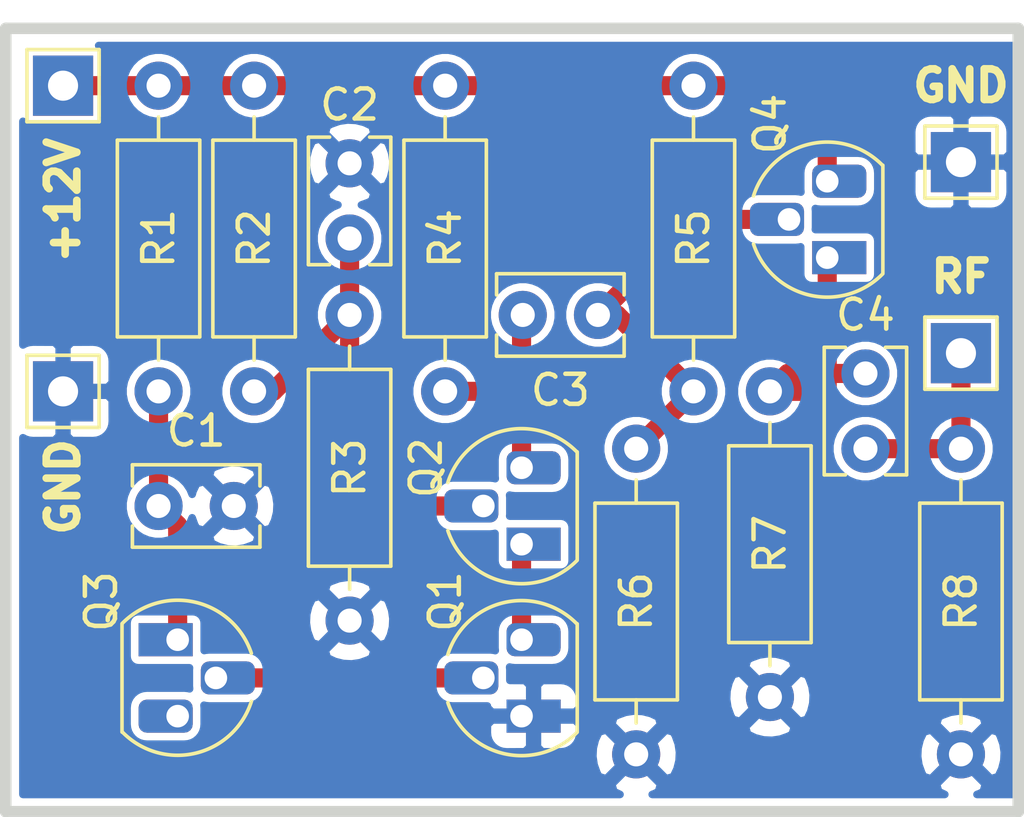
<source format=kicad_pcb>
(kicad_pcb (version 20171130) (host pcbnew "(5.1.10)-1")

  (general
    (thickness 1.6002)
    (drawings 10)
    (tracks 37)
    (zones 0)
    (modules 20)
    (nets 11)
  )

  (page A)
  (title_block
    (title "NOISE GENERATOR")
    (date 2021-09-10)
    (rev 2)
    (company "Land Boards LLC")
  )

  (layers
    (0 Front signal)
    (31 Back signal)
    (36 B.SilkS user)
    (37 F.SilkS user)
    (38 B.Mask user)
    (39 F.Mask user)
    (40 Dwgs.User user hide)
    (44 Edge.Cuts user)
  )

  (setup
    (last_trace_width 0.635)
    (user_trace_width 0.3048)
    (user_trace_width 0.381)
    (user_trace_width 0.635)
    (trace_clearance 0.254)
    (zone_clearance 0.254)
    (zone_45_only no)
    (trace_min 0.2032)
    (via_size 0.889)
    (via_drill 0.635)
    (via_min_size 0.889)
    (via_min_drill 0.508)
    (uvia_size 0.508)
    (uvia_drill 0.127)
    (uvias_allowed no)
    (uvia_min_size 0.508)
    (uvia_min_drill 0.127)
    (edge_width 0.381)
    (segment_width 0.381)
    (pcb_text_width 0.3048)
    (pcb_text_size 1.524 2.032)
    (mod_edge_width 0.381)
    (mod_text_size 1.524 1.524)
    (mod_text_width 0.3048)
    (pad_size 2 2)
    (pad_drill 1)
    (pad_to_mask_clearance 0.254)
    (aux_axis_origin 147.32 73.8124)
    (grid_origin 0.02 0.0124)
    (visible_elements 7FFFEB7F)
    (pcbplotparams
      (layerselection 0x010f0_ffffffff)
      (usegerberextensions false)
      (usegerberattributes false)
      (usegerberadvancedattributes false)
      (creategerberjobfile false)
      (excludeedgelayer true)
      (linewidth 0.150000)
      (plotframeref false)
      (viasonmask false)
      (mode 1)
      (useauxorigin false)
      (hpglpennumber 1)
      (hpglpenspeed 20)
      (hpglpendiameter 15.000000)
      (psnegative false)
      (psa4output false)
      (plotreference true)
      (plotvalue true)
      (plotinvisibletext false)
      (padsonsilk false)
      (subtractmaskfromsilk false)
      (outputformat 1)
      (mirror false)
      (drillshape 0)
      (scaleselection 1)
      (outputdirectory "plots/"))
  )

  (net 0 "")
  (net 1 GND)
  (net 2 /N1)
  (net 3 /N4)
  (net 4 /N3)
  (net 5 /N6)
  (net 6 /N5)
  (net 7 /+12V)
  (net 8 /N2)
  (net 9 "Net-(C4-Pad1)")
  (net 10 "Net-(Q1-Pad3)")

  (net_class Default "This is the default net class."
    (clearance 0.254)
    (trace_width 0.2032)
    (via_dia 0.889)
    (via_drill 0.635)
    (uvia_dia 0.508)
    (uvia_drill 0.127)
    (add_net /+12V)
    (add_net /N1)
    (add_net /N2)
    (add_net /N3)
    (add_net /N4)
    (add_net /N5)
    (add_net /N6)
    (add_net GND)
    (add_net "Net-(C4-Pad1)")
    (add_net "Net-(Q1-Pad3)")
  )

  (module Capacitor_THT:C_Rect_L4.0mm_W2.5mm_P2.50mm (layer Front) (tedit 5AE50EF0) (tstamp 613BE5DB)
    (at 29.865 45.7324)
    (descr "C, Rect series, Radial, pin pitch=2.50mm, , length*width=4*2.5mm^2, Capacitor")
    (tags "C Rect series Radial pin pitch 2.50mm  length 4mm width 2.5mm Capacitor")
    (path /6120F78B)
    (fp_text reference C1 (at 1.25 -2.5) (layer F.SilkS)
      (effects (font (size 1 1) (thickness 0.15)))
    )
    (fp_text value 0.1uF (at 1.25 2.5) (layer F.Fab)
      (effects (font (size 1 1) (thickness 0.15)))
    )
    (fp_line (start 3.55 -1.5) (end -1.05 -1.5) (layer F.CrtYd) (width 0.05))
    (fp_line (start 3.55 1.5) (end 3.55 -1.5) (layer F.CrtYd) (width 0.05))
    (fp_line (start -1.05 1.5) (end 3.55 1.5) (layer F.CrtYd) (width 0.05))
    (fp_line (start -1.05 -1.5) (end -1.05 1.5) (layer F.CrtYd) (width 0.05))
    (fp_line (start 3.37 0.665) (end 3.37 1.37) (layer F.SilkS) (width 0.12))
    (fp_line (start 3.37 -1.37) (end 3.37 -0.665) (layer F.SilkS) (width 0.12))
    (fp_line (start -0.87 0.665) (end -0.87 1.37) (layer F.SilkS) (width 0.12))
    (fp_line (start -0.87 -1.37) (end -0.87 -0.665) (layer F.SilkS) (width 0.12))
    (fp_line (start -0.87 1.37) (end 3.37 1.37) (layer F.SilkS) (width 0.12))
    (fp_line (start -0.87 -1.37) (end 3.37 -1.37) (layer F.SilkS) (width 0.12))
    (fp_line (start 3.25 -1.25) (end -0.75 -1.25) (layer F.Fab) (width 0.1))
    (fp_line (start 3.25 1.25) (end 3.25 -1.25) (layer F.Fab) (width 0.1))
    (fp_line (start -0.75 1.25) (end 3.25 1.25) (layer F.Fab) (width 0.1))
    (fp_line (start -0.75 -1.25) (end -0.75 1.25) (layer F.Fab) (width 0.1))
    (fp_text user %R (at 1.25 0) (layer F.Fab)
      (effects (font (size 0.8 0.8) (thickness 0.12)))
    )
    (pad 1 thru_hole circle (at 0 0) (size 1.6 1.6) (drill 0.8) (layers *.Cu *.Mask)
      (net 2 /N1))
    (pad 2 thru_hole circle (at 2.5 0) (size 1.6 1.6) (drill 0.8) (layers *.Cu *.Mask)
      (net 1 GND))
    (model ${KISYS3DMOD}/Capacitor_THT.3dshapes/C_Rect_L4.0mm_W2.5mm_P2.50mm.wrl
      (at (xyz 0 0 0))
      (scale (xyz 1 1 1))
      (rotate (xyz 0 0 0))
    )
  )

  (module Capacitor_THT:C_Rect_L4.0mm_W2.5mm_P2.50mm (layer Front) (tedit 5AE50EF0) (tstamp 613BE5F0)
    (at 36.215 36.8424 90)
    (descr "C, Rect series, Radial, pin pitch=2.50mm, , length*width=4*2.5mm^2, Capacitor")
    (tags "C Rect series Radial pin pitch 2.50mm  length 4mm width 2.5mm Capacitor")
    (path /61401D57)
    (fp_text reference C2 (at 4.445 0 180) (layer F.SilkS)
      (effects (font (size 1 1) (thickness 0.15)))
    )
    (fp_text value 0.1uF (at 1.25 2.5 90) (layer F.Fab)
      (effects (font (size 1 1) (thickness 0.15)))
    )
    (fp_text user %R (at 1.25 0 90) (layer F.Fab)
      (effects (font (size 0.8 0.8) (thickness 0.12)))
    )
    (fp_line (start -0.75 -1.25) (end -0.75 1.25) (layer F.Fab) (width 0.1))
    (fp_line (start -0.75 1.25) (end 3.25 1.25) (layer F.Fab) (width 0.1))
    (fp_line (start 3.25 1.25) (end 3.25 -1.25) (layer F.Fab) (width 0.1))
    (fp_line (start 3.25 -1.25) (end -0.75 -1.25) (layer F.Fab) (width 0.1))
    (fp_line (start -0.87 -1.37) (end 3.37 -1.37) (layer F.SilkS) (width 0.12))
    (fp_line (start -0.87 1.37) (end 3.37 1.37) (layer F.SilkS) (width 0.12))
    (fp_line (start -0.87 -1.37) (end -0.87 -0.665) (layer F.SilkS) (width 0.12))
    (fp_line (start -0.87 0.665) (end -0.87 1.37) (layer F.SilkS) (width 0.12))
    (fp_line (start 3.37 -1.37) (end 3.37 -0.665) (layer F.SilkS) (width 0.12))
    (fp_line (start 3.37 0.665) (end 3.37 1.37) (layer F.SilkS) (width 0.12))
    (fp_line (start -1.05 -1.5) (end -1.05 1.5) (layer F.CrtYd) (width 0.05))
    (fp_line (start -1.05 1.5) (end 3.55 1.5) (layer F.CrtYd) (width 0.05))
    (fp_line (start 3.55 1.5) (end 3.55 -1.5) (layer F.CrtYd) (width 0.05))
    (fp_line (start 3.55 -1.5) (end -1.05 -1.5) (layer F.CrtYd) (width 0.05))
    (pad 2 thru_hole circle (at 2.5 0 90) (size 1.6 1.6) (drill 0.8) (layers *.Cu *.Mask)
      (net 1 GND))
    (pad 1 thru_hole circle (at 0 0 90) (size 1.6 1.6) (drill 0.8) (layers *.Cu *.Mask)
      (net 4 /N3))
    (model ${KISYS3DMOD}/Capacitor_THT.3dshapes/C_Rect_L4.0mm_W2.5mm_P2.50mm.wrl
      (at (xyz 0 0 0))
      (scale (xyz 1 1 1))
      (rotate (xyz 0 0 0))
    )
  )

  (module Capacitor_THT:C_Rect_L4.0mm_W2.5mm_P2.50mm (layer Front) (tedit 5AE50EF0) (tstamp 613BE605)
    (at 44.47 39.3824 180)
    (descr "C, Rect series, Radial, pin pitch=2.50mm, , length*width=4*2.5mm^2, Capacitor")
    (tags "C Rect series Radial pin pitch 2.50mm  length 4mm width 2.5mm Capacitor")
    (path /613F9B61)
    (fp_text reference C3 (at 1.25 -2.5) (layer F.SilkS)
      (effects (font (size 1 1) (thickness 0.15)))
    )
    (fp_text value 0.1uF (at 1.25 2.5) (layer F.Fab)
      (effects (font (size 1 1) (thickness 0.15)))
    )
    (fp_line (start 3.55 -1.5) (end -1.05 -1.5) (layer F.CrtYd) (width 0.05))
    (fp_line (start 3.55 1.5) (end 3.55 -1.5) (layer F.CrtYd) (width 0.05))
    (fp_line (start -1.05 1.5) (end 3.55 1.5) (layer F.CrtYd) (width 0.05))
    (fp_line (start -1.05 -1.5) (end -1.05 1.5) (layer F.CrtYd) (width 0.05))
    (fp_line (start 3.37 0.665) (end 3.37 1.37) (layer F.SilkS) (width 0.12))
    (fp_line (start 3.37 -1.37) (end 3.37 -0.665) (layer F.SilkS) (width 0.12))
    (fp_line (start -0.87 0.665) (end -0.87 1.37) (layer F.SilkS) (width 0.12))
    (fp_line (start -0.87 -1.37) (end -0.87 -0.665) (layer F.SilkS) (width 0.12))
    (fp_line (start -0.87 1.37) (end 3.37 1.37) (layer F.SilkS) (width 0.12))
    (fp_line (start -0.87 -1.37) (end 3.37 -1.37) (layer F.SilkS) (width 0.12))
    (fp_line (start 3.25 -1.25) (end -0.75 -1.25) (layer F.Fab) (width 0.1))
    (fp_line (start 3.25 1.25) (end 3.25 -1.25) (layer F.Fab) (width 0.1))
    (fp_line (start -0.75 1.25) (end 3.25 1.25) (layer F.Fab) (width 0.1))
    (fp_line (start -0.75 -1.25) (end -0.75 1.25) (layer F.Fab) (width 0.1))
    (fp_text user %R (at 1.25 0) (layer F.Fab)
      (effects (font (size 0.8 0.8) (thickness 0.12)))
    )
    (pad 1 thru_hole circle (at 0 0 180) (size 1.6 1.6) (drill 0.8) (layers *.Cu *.Mask)
      (net 6 /N5))
    (pad 2 thru_hole circle (at 2.5 0 180) (size 1.6 1.6) (drill 0.8) (layers *.Cu *.Mask)
      (net 3 /N4))
    (model ${KISYS3DMOD}/Capacitor_THT.3dshapes/C_Rect_L4.0mm_W2.5mm_P2.50mm.wrl
      (at (xyz 0 0 0))
      (scale (xyz 1 1 1))
      (rotate (xyz 0 0 0))
    )
  )

  (module Capacitor_THT:C_Rect_L4.0mm_W2.5mm_P2.50mm (layer Front) (tedit 5AE50EF0) (tstamp 613BE61A)
    (at 53.36 43.8274 90)
    (descr "C, Rect series, Radial, pin pitch=2.50mm, , length*width=4*2.5mm^2, Capacitor")
    (tags "C Rect series Radial pin pitch 2.50mm  length 4mm width 2.5mm Capacitor")
    (path /6141DEAD)
    (fp_text reference C4 (at 4.445 0 180) (layer F.SilkS)
      (effects (font (size 1 1) (thickness 0.15)))
    )
    (fp_text value 0.1uF (at 1.25 2.5 90) (layer F.Fab)
      (effects (font (size 1 1) (thickness 0.15)))
    )
    (fp_text user %R (at 1.25 0 90) (layer F.Fab)
      (effects (font (size 0.8 0.8) (thickness 0.12)))
    )
    (fp_line (start -0.75 -1.25) (end -0.75 1.25) (layer F.Fab) (width 0.1))
    (fp_line (start -0.75 1.25) (end 3.25 1.25) (layer F.Fab) (width 0.1))
    (fp_line (start 3.25 1.25) (end 3.25 -1.25) (layer F.Fab) (width 0.1))
    (fp_line (start 3.25 -1.25) (end -0.75 -1.25) (layer F.Fab) (width 0.1))
    (fp_line (start -0.87 -1.37) (end 3.37 -1.37) (layer F.SilkS) (width 0.12))
    (fp_line (start -0.87 1.37) (end 3.37 1.37) (layer F.SilkS) (width 0.12))
    (fp_line (start -0.87 -1.37) (end -0.87 -0.665) (layer F.SilkS) (width 0.12))
    (fp_line (start -0.87 0.665) (end -0.87 1.37) (layer F.SilkS) (width 0.12))
    (fp_line (start 3.37 -1.37) (end 3.37 -0.665) (layer F.SilkS) (width 0.12))
    (fp_line (start 3.37 0.665) (end 3.37 1.37) (layer F.SilkS) (width 0.12))
    (fp_line (start -1.05 -1.5) (end -1.05 1.5) (layer F.CrtYd) (width 0.05))
    (fp_line (start -1.05 1.5) (end 3.55 1.5) (layer F.CrtYd) (width 0.05))
    (fp_line (start 3.55 1.5) (end 3.55 -1.5) (layer F.CrtYd) (width 0.05))
    (fp_line (start 3.55 -1.5) (end -1.05 -1.5) (layer F.CrtYd) (width 0.05))
    (pad 2 thru_hole circle (at 2.5 0 90) (size 1.6 1.6) (drill 0.8) (layers *.Cu *.Mask)
      (net 5 /N6))
    (pad 1 thru_hole circle (at 0 0 90) (size 1.6 1.6) (drill 0.8) (layers *.Cu *.Mask)
      (net 9 "Net-(C4-Pad1)"))
    (model ${KISYS3DMOD}/Capacitor_THT.3dshapes/C_Rect_L4.0mm_W2.5mm_P2.50mm.wrl
      (at (xyz 0 0 0))
      (scale (xyz 1 1 1))
      (rotate (xyz 0 0 0))
    )
  )

  (module Package_TO_SOT_THT:TO-92_HandSolder (layer Front) (tedit 5A282C46) (tstamp 613BE62C)
    (at 41.93 52.7174 90)
    (descr "TO-92 leads molded, narrow, drill 0.75mm, handsoldering variant with enlarged pads (see NXP sot054_po.pdf)")
    (tags "to-92 sc-43 sc-43a sot54 PA33 transistor")
    (path /611EC0AC)
    (fp_text reference Q1 (at 3.81 -2.54 270) (layer F.SilkS)
      (effects (font (size 1 1) (thickness 0.15)))
    )
    (fp_text value 2N3904 (at 1.27 2.79 90) (layer F.Fab)
      (effects (font (size 1 1) (thickness 0.15)))
    )
    (fp_arc (start 1.27 0) (end 2.05 -2.45) (angle 117.6433766) (layer F.SilkS) (width 0.12))
    (fp_arc (start 1.27 0) (end 1.27 -2.48) (angle -135) (layer F.Fab) (width 0.1))
    (fp_arc (start 1.27 0) (end 0.45 -2.45) (angle -116.9632683) (layer F.SilkS) (width 0.12))
    (fp_arc (start 1.27 0) (end 1.27 -2.48) (angle 135) (layer F.Fab) (width 0.1))
    (fp_text user %R (at 1.27 0 90) (layer F.Fab)
      (effects (font (size 1 1) (thickness 0.15)))
    )
    (fp_line (start -0.53 1.85) (end 3.07 1.85) (layer F.SilkS) (width 0.12))
    (fp_line (start -0.5 1.75) (end 3 1.75) (layer F.Fab) (width 0.1))
    (fp_line (start -1.46 -3.05) (end 4 -3.05) (layer F.CrtYd) (width 0.05))
    (fp_line (start -1.46 -3.05) (end -1.46 2.01) (layer F.CrtYd) (width 0.05))
    (fp_line (start 4 2.01) (end 4 -3.05) (layer F.CrtYd) (width 0.05))
    (fp_line (start 4 2.01) (end -1.46 2.01) (layer F.CrtYd) (width 0.05))
    (pad 1 thru_hole rect (at 0 0 90) (size 1.1 1.8) (drill 0.75 (offset 0 0.4)) (layers *.Cu *.Mask)
      (net 1 GND))
    (pad 3 thru_hole roundrect (at 2.54 0 90) (size 1.1 1.8) (drill 0.75 (offset 0 0.4)) (layers *.Cu *.Mask) (roundrect_rratio 0.25)
      (net 10 "Net-(Q1-Pad3)"))
    (pad 2 thru_hole roundrect (at 1.27 -1.27 90) (size 1.1 1.8) (drill 0.75 (offset 0 -0.4)) (layers *.Cu *.Mask) (roundrect_rratio 0.25)
      (net 8 /N2))
    (model ${KISYS3DMOD}/Package_TO_SOT_THT.3dshapes/TO-92.wrl
      (at (xyz 0 0 0))
      (scale (xyz 1 1 1))
      (rotate (xyz 0 0 0))
    )
  )

  (module Package_TO_SOT_THT:TO-92_HandSolder (layer Front) (tedit 5A282C46) (tstamp 613BE63E)
    (at 41.93 47.0024 90)
    (descr "TO-92 leads molded, narrow, drill 0.75mm, handsoldering variant with enlarged pads (see NXP sot054_po.pdf)")
    (tags "to-92 sc-43 sc-43a sot54 PA33 transistor")
    (path /611ECF68)
    (fp_text reference Q2 (at 2.54 -3.175 90) (layer F.SilkS)
      (effects (font (size 1 1) (thickness 0.15)))
    )
    (fp_text value 2N3904 (at 1.27 2.79 90) (layer F.Fab)
      (effects (font (size 1 1) (thickness 0.15)))
    )
    (fp_line (start 4 2.01) (end -1.46 2.01) (layer F.CrtYd) (width 0.05))
    (fp_line (start 4 2.01) (end 4 -3.05) (layer F.CrtYd) (width 0.05))
    (fp_line (start -1.46 -3.05) (end -1.46 2.01) (layer F.CrtYd) (width 0.05))
    (fp_line (start -1.46 -3.05) (end 4 -3.05) (layer F.CrtYd) (width 0.05))
    (fp_line (start -0.5 1.75) (end 3 1.75) (layer F.Fab) (width 0.1))
    (fp_line (start -0.53 1.85) (end 3.07 1.85) (layer F.SilkS) (width 0.12))
    (fp_text user %R (at 1.27 0 90) (layer F.Fab)
      (effects (font (size 1 1) (thickness 0.15)))
    )
    (fp_arc (start 1.27 0) (end 1.27 -2.48) (angle 135) (layer F.Fab) (width 0.1))
    (fp_arc (start 1.27 0) (end 0.45 -2.45) (angle -116.9632683) (layer F.SilkS) (width 0.12))
    (fp_arc (start 1.27 0) (end 1.27 -2.48) (angle -135) (layer F.Fab) (width 0.1))
    (fp_arc (start 1.27 0) (end 2.05 -2.45) (angle 117.6433766) (layer F.SilkS) (width 0.12))
    (pad 2 thru_hole roundrect (at 1.27 -1.27 90) (size 1.1 1.8) (drill 0.75 (offset 0 -0.4)) (layers *.Cu *.Mask) (roundrect_rratio 0.25)
      (net 4 /N3))
    (pad 3 thru_hole roundrect (at 2.54 0 90) (size 1.1 1.8) (drill 0.75 (offset 0 0.4)) (layers *.Cu *.Mask) (roundrect_rratio 0.25)
      (net 3 /N4))
    (pad 1 thru_hole rect (at 0 0 90) (size 1.1 1.8) (drill 0.75 (offset 0 0.4)) (layers *.Cu *.Mask)
      (net 10 "Net-(Q1-Pad3)"))
    (model ${KISYS3DMOD}/Package_TO_SOT_THT.3dshapes/TO-92.wrl
      (at (xyz 0 0 0))
      (scale (xyz 1 1 1))
      (rotate (xyz 0 0 0))
    )
  )

  (module Package_TO_SOT_THT:TO-92_HandSolder (layer Front) (tedit 5A282C46) (tstamp 613BE650)
    (at 30.5 50.1774 270)
    (descr "TO-92 leads molded, narrow, drill 0.75mm, handsoldering variant with enlarged pads (see NXP sot054_po.pdf)")
    (tags "to-92 sc-43 sc-43a sot54 PA33 transistor")
    (path /613BDFD7)
    (fp_text reference Q3 (at -1.27 2.54 270) (layer F.SilkS)
      (effects (font (size 1 1) (thickness 0.15)))
    )
    (fp_text value 2N3904 (at 1.27 2.79 90) (layer F.Fab)
      (effects (font (size 1 1) (thickness 0.15)))
    )
    (fp_line (start 4 2.01) (end -1.46 2.01) (layer F.CrtYd) (width 0.05))
    (fp_line (start 4 2.01) (end 4 -3.05) (layer F.CrtYd) (width 0.05))
    (fp_line (start -1.46 -3.05) (end -1.46 2.01) (layer F.CrtYd) (width 0.05))
    (fp_line (start -1.46 -3.05) (end 4 -3.05) (layer F.CrtYd) (width 0.05))
    (fp_line (start -0.5 1.75) (end 3 1.75) (layer F.Fab) (width 0.1))
    (fp_line (start -0.53 1.85) (end 3.07 1.85) (layer F.SilkS) (width 0.12))
    (fp_text user %R (at 1.27 0 90) (layer F.Fab)
      (effects (font (size 1 1) (thickness 0.15)))
    )
    (fp_arc (start 1.27 0) (end 1.27 -2.48) (angle 135) (layer F.Fab) (width 0.1))
    (fp_arc (start 1.27 0) (end 0.45 -2.45) (angle -116.9632683) (layer F.SilkS) (width 0.12))
    (fp_arc (start 1.27 0) (end 1.27 -2.48) (angle -135) (layer F.Fab) (width 0.1))
    (fp_arc (start 1.27 0) (end 2.05 -2.45) (angle 117.6433766) (layer F.SilkS) (width 0.12))
    (pad 2 thru_hole roundrect (at 1.27 -1.27 270) (size 1.1 1.8) (drill 0.75 (offset 0 -0.4)) (layers *.Cu *.Mask) (roundrect_rratio 0.25)
      (net 8 /N2))
    (pad 3 thru_hole roundrect (at 2.54 0 270) (size 1.1 1.8) (drill 0.75 (offset 0 0.4)) (layers *.Cu *.Mask) (roundrect_rratio 0.25))
    (pad 1 thru_hole rect (at 0 0 270) (size 1.1 1.8) (drill 0.75 (offset 0 0.4)) (layers *.Cu *.Mask)
      (net 2 /N1))
    (model ${KISYS3DMOD}/Package_TO_SOT_THT.3dshapes/TO-92.wrl
      (at (xyz 0 0 0))
      (scale (xyz 1 1 1))
      (rotate (xyz 0 0 0))
    )
  )

  (module Package_TO_SOT_THT:TO-92_HandSolder (layer Front) (tedit 5A282C46) (tstamp 613BE662)
    (at 52.09 37.4774 90)
    (descr "TO-92 leads molded, narrow, drill 0.75mm, handsoldering variant with enlarged pads (see NXP sot054_po.pdf)")
    (tags "to-92 sc-43 sc-43a sot54 PA33 transistor")
    (path /613F7131)
    (fp_text reference Q4 (at 4.445 -1.905 90) (layer F.SilkS)
      (effects (font (size 1 1) (thickness 0.15)))
    )
    (fp_text value 2N3904 (at 1.27 2.79 90) (layer F.Fab)
      (effects (font (size 1 1) (thickness 0.15)))
    )
    (fp_arc (start 1.27 0) (end 2.05 -2.45) (angle 117.6433766) (layer F.SilkS) (width 0.12))
    (fp_arc (start 1.27 0) (end 1.27 -2.48) (angle -135) (layer F.Fab) (width 0.1))
    (fp_arc (start 1.27 0) (end 0.45 -2.45) (angle -116.9632683) (layer F.SilkS) (width 0.12))
    (fp_arc (start 1.27 0) (end 1.27 -2.48) (angle 135) (layer F.Fab) (width 0.1))
    (fp_text user %R (at 1.27 0 90) (layer F.Fab)
      (effects (font (size 1 1) (thickness 0.15)))
    )
    (fp_line (start -0.53 1.85) (end 3.07 1.85) (layer F.SilkS) (width 0.12))
    (fp_line (start -0.5 1.75) (end 3 1.75) (layer F.Fab) (width 0.1))
    (fp_line (start -1.46 -3.05) (end 4 -3.05) (layer F.CrtYd) (width 0.05))
    (fp_line (start -1.46 -3.05) (end -1.46 2.01) (layer F.CrtYd) (width 0.05))
    (fp_line (start 4 2.01) (end 4 -3.05) (layer F.CrtYd) (width 0.05))
    (fp_line (start 4 2.01) (end -1.46 2.01) (layer F.CrtYd) (width 0.05))
    (pad 1 thru_hole rect (at 0 0 90) (size 1.1 1.8) (drill 0.75 (offset 0 0.4)) (layers *.Cu *.Mask)
      (net 5 /N6))
    (pad 3 thru_hole roundrect (at 2.54 0 90) (size 1.1 1.8) (drill 0.75 (offset 0 0.4)) (layers *.Cu *.Mask) (roundrect_rratio 0.25)
      (net 7 /+12V))
    (pad 2 thru_hole roundrect (at 1.27 -1.27 90) (size 1.1 1.8) (drill 0.75 (offset 0 -0.4)) (layers *.Cu *.Mask) (roundrect_rratio 0.25)
      (net 6 /N5))
    (model ${KISYS3DMOD}/Package_TO_SOT_THT.3dshapes/TO-92.wrl
      (at (xyz 0 0 0))
      (scale (xyz 1 1 1))
      (rotate (xyz 0 0 0))
    )
  )

  (module Resistor_THT:R_Axial_DIN0207_L6.3mm_D2.5mm_P10.16mm_Horizontal (layer Front) (tedit 5AE5139B) (tstamp 613BE679)
    (at 29.865 41.9224 90)
    (descr "Resistor, Axial_DIN0207 series, Axial, Horizontal, pin pitch=10.16mm, 0.25W = 1/4W, length*diameter=6.3*2.5mm^2, http://cdn-reichelt.de/documents/datenblatt/B400/1_4W%23YAG.pdf")
    (tags "Resistor Axial_DIN0207 series Axial Horizontal pin pitch 10.16mm 0.25W = 1/4W length 6.3mm diameter 2.5mm")
    (path /613C037F)
    (fp_text reference R1 (at 5.08 0 90) (layer F.SilkS)
      (effects (font (size 1 1) (thickness 0.15)))
    )
    (fp_text value 470K (at 5.08 2.37 90) (layer F.Fab)
      (effects (font (size 1 1) (thickness 0.15)))
    )
    (fp_text user %R (at 5.08 0 90) (layer F.Fab)
      (effects (font (size 1 1) (thickness 0.15)))
    )
    (fp_line (start 1.93 -1.25) (end 1.93 1.25) (layer F.Fab) (width 0.1))
    (fp_line (start 1.93 1.25) (end 8.23 1.25) (layer F.Fab) (width 0.1))
    (fp_line (start 8.23 1.25) (end 8.23 -1.25) (layer F.Fab) (width 0.1))
    (fp_line (start 8.23 -1.25) (end 1.93 -1.25) (layer F.Fab) (width 0.1))
    (fp_line (start 0 0) (end 1.93 0) (layer F.Fab) (width 0.1))
    (fp_line (start 10.16 0) (end 8.23 0) (layer F.Fab) (width 0.1))
    (fp_line (start 1.81 -1.37) (end 1.81 1.37) (layer F.SilkS) (width 0.12))
    (fp_line (start 1.81 1.37) (end 8.35 1.37) (layer F.SilkS) (width 0.12))
    (fp_line (start 8.35 1.37) (end 8.35 -1.37) (layer F.SilkS) (width 0.12))
    (fp_line (start 8.35 -1.37) (end 1.81 -1.37) (layer F.SilkS) (width 0.12))
    (fp_line (start 1.04 0) (end 1.81 0) (layer F.SilkS) (width 0.12))
    (fp_line (start 9.12 0) (end 8.35 0) (layer F.SilkS) (width 0.12))
    (fp_line (start -1.05 -1.5) (end -1.05 1.5) (layer F.CrtYd) (width 0.05))
    (fp_line (start -1.05 1.5) (end 11.21 1.5) (layer F.CrtYd) (width 0.05))
    (fp_line (start 11.21 1.5) (end 11.21 -1.5) (layer F.CrtYd) (width 0.05))
    (fp_line (start 11.21 -1.5) (end -1.05 -1.5) (layer F.CrtYd) (width 0.05))
    (pad 2 thru_hole oval (at 10.16 0 90) (size 1.6 1.6) (drill 0.8) (layers *.Cu *.Mask)
      (net 7 /+12V))
    (pad 1 thru_hole circle (at 0 0 90) (size 1.6 1.6) (drill 0.8) (layers *.Cu *.Mask)
      (net 2 /N1))
    (model ${KISYS3DMOD}/Resistor_THT.3dshapes/R_Axial_DIN0207_L6.3mm_D2.5mm_P10.16mm_Horizontal.wrl
      (at (xyz 0 0 0))
      (scale (xyz 1 1 1))
      (rotate (xyz 0 0 0))
    )
  )

  (module Resistor_THT:R_Axial_DIN0207_L6.3mm_D2.5mm_P10.16mm_Horizontal (layer Front) (tedit 5AE5139B) (tstamp 613BE690)
    (at 33.04 41.9224 90)
    (descr "Resistor, Axial_DIN0207 series, Axial, Horizontal, pin pitch=10.16mm, 0.25W = 1/4W, length*diameter=6.3*2.5mm^2, http://cdn-reichelt.de/documents/datenblatt/B400/1_4W%23YAG.pdf")
    (tags "Resistor Axial_DIN0207 series Axial Horizontal pin pitch 10.16mm 0.25W = 1/4W length 6.3mm diameter 2.5mm")
    (path /613E57D0)
    (fp_text reference R2 (at 5.08 0 90) (layer F.SilkS)
      (effects (font (size 1 1) (thickness 0.15)))
    )
    (fp_text value 120K (at 5.08 2.37 90) (layer F.Fab)
      (effects (font (size 1 1) (thickness 0.15)))
    )
    (fp_line (start 11.21 -1.5) (end -1.05 -1.5) (layer F.CrtYd) (width 0.05))
    (fp_line (start 11.21 1.5) (end 11.21 -1.5) (layer F.CrtYd) (width 0.05))
    (fp_line (start -1.05 1.5) (end 11.21 1.5) (layer F.CrtYd) (width 0.05))
    (fp_line (start -1.05 -1.5) (end -1.05 1.5) (layer F.CrtYd) (width 0.05))
    (fp_line (start 9.12 0) (end 8.35 0) (layer F.SilkS) (width 0.12))
    (fp_line (start 1.04 0) (end 1.81 0) (layer F.SilkS) (width 0.12))
    (fp_line (start 8.35 -1.37) (end 1.81 -1.37) (layer F.SilkS) (width 0.12))
    (fp_line (start 8.35 1.37) (end 8.35 -1.37) (layer F.SilkS) (width 0.12))
    (fp_line (start 1.81 1.37) (end 8.35 1.37) (layer F.SilkS) (width 0.12))
    (fp_line (start 1.81 -1.37) (end 1.81 1.37) (layer F.SilkS) (width 0.12))
    (fp_line (start 10.16 0) (end 8.23 0) (layer F.Fab) (width 0.1))
    (fp_line (start 0 0) (end 1.93 0) (layer F.Fab) (width 0.1))
    (fp_line (start 8.23 -1.25) (end 1.93 -1.25) (layer F.Fab) (width 0.1))
    (fp_line (start 8.23 1.25) (end 8.23 -1.25) (layer F.Fab) (width 0.1))
    (fp_line (start 1.93 1.25) (end 8.23 1.25) (layer F.Fab) (width 0.1))
    (fp_line (start 1.93 -1.25) (end 1.93 1.25) (layer F.Fab) (width 0.1))
    (fp_text user %R (at 5.08 0 90) (layer F.Fab)
      (effects (font (size 1 1) (thickness 0.15)))
    )
    (pad 1 thru_hole circle (at 0 0 90) (size 1.6 1.6) (drill 0.8) (layers *.Cu *.Mask)
      (net 4 /N3))
    (pad 2 thru_hole oval (at 10.16 0 90) (size 1.6 1.6) (drill 0.8) (layers *.Cu *.Mask)
      (net 7 /+12V))
    (model ${KISYS3DMOD}/Resistor_THT.3dshapes/R_Axial_DIN0207_L6.3mm_D2.5mm_P10.16mm_Horizontal.wrl
      (at (xyz 0 0 0))
      (scale (xyz 1 1 1))
      (rotate (xyz 0 0 0))
    )
  )

  (module Resistor_THT:R_Axial_DIN0207_L6.3mm_D2.5mm_P10.16mm_Horizontal (layer Front) (tedit 5AE5139B) (tstamp 613BE6A7)
    (at 36.215 49.5424 90)
    (descr "Resistor, Axial_DIN0207 series, Axial, Horizontal, pin pitch=10.16mm, 0.25W = 1/4W, length*diameter=6.3*2.5mm^2, http://cdn-reichelt.de/documents/datenblatt/B400/1_4W%23YAG.pdf")
    (tags "Resistor Axial_DIN0207 series Axial Horizontal pin pitch 10.16mm 0.25W = 1/4W length 6.3mm diameter 2.5mm")
    (path /613E3D87)
    (fp_text reference R3 (at 5.08 0 90) (layer F.SilkS)
      (effects (font (size 1 1) (thickness 0.15)))
    )
    (fp_text value 150K (at 5.08 2.37 90) (layer F.Fab)
      (effects (font (size 1 1) (thickness 0.15)))
    )
    (fp_text user %R (at 5.08 0 90) (layer F.Fab)
      (effects (font (size 1 1) (thickness 0.15)))
    )
    (fp_line (start 1.93 -1.25) (end 1.93 1.25) (layer F.Fab) (width 0.1))
    (fp_line (start 1.93 1.25) (end 8.23 1.25) (layer F.Fab) (width 0.1))
    (fp_line (start 8.23 1.25) (end 8.23 -1.25) (layer F.Fab) (width 0.1))
    (fp_line (start 8.23 -1.25) (end 1.93 -1.25) (layer F.Fab) (width 0.1))
    (fp_line (start 0 0) (end 1.93 0) (layer F.Fab) (width 0.1))
    (fp_line (start 10.16 0) (end 8.23 0) (layer F.Fab) (width 0.1))
    (fp_line (start 1.81 -1.37) (end 1.81 1.37) (layer F.SilkS) (width 0.12))
    (fp_line (start 1.81 1.37) (end 8.35 1.37) (layer F.SilkS) (width 0.12))
    (fp_line (start 8.35 1.37) (end 8.35 -1.37) (layer F.SilkS) (width 0.12))
    (fp_line (start 8.35 -1.37) (end 1.81 -1.37) (layer F.SilkS) (width 0.12))
    (fp_line (start 1.04 0) (end 1.81 0) (layer F.SilkS) (width 0.12))
    (fp_line (start 9.12 0) (end 8.35 0) (layer F.SilkS) (width 0.12))
    (fp_line (start -1.05 -1.5) (end -1.05 1.5) (layer F.CrtYd) (width 0.05))
    (fp_line (start -1.05 1.5) (end 11.21 1.5) (layer F.CrtYd) (width 0.05))
    (fp_line (start 11.21 1.5) (end 11.21 -1.5) (layer F.CrtYd) (width 0.05))
    (fp_line (start 11.21 -1.5) (end -1.05 -1.5) (layer F.CrtYd) (width 0.05))
    (pad 2 thru_hole oval (at 10.16 0 90) (size 1.6 1.6) (drill 0.8) (layers *.Cu *.Mask)
      (net 4 /N3))
    (pad 1 thru_hole circle (at 0 0 90) (size 1.6 1.6) (drill 0.8) (layers *.Cu *.Mask)
      (net 1 GND))
    (model ${KISYS3DMOD}/Resistor_THT.3dshapes/R_Axial_DIN0207_L6.3mm_D2.5mm_P10.16mm_Horizontal.wrl
      (at (xyz 0 0 0))
      (scale (xyz 1 1 1))
      (rotate (xyz 0 0 0))
    )
  )

  (module Resistor_THT:R_Axial_DIN0207_L6.3mm_D2.5mm_P10.16mm_Horizontal (layer Front) (tedit 5AE5139B) (tstamp 613BE6BE)
    (at 39.39 41.9224 90)
    (descr "Resistor, Axial_DIN0207 series, Axial, Horizontal, pin pitch=10.16mm, 0.25W = 1/4W, length*diameter=6.3*2.5mm^2, http://cdn-reichelt.de/documents/datenblatt/B400/1_4W%23YAG.pdf")
    (tags "Resistor Axial_DIN0207 series Axial Horizontal pin pitch 10.16mm 0.25W = 1/4W length 6.3mm diameter 2.5mm")
    (path /613D96B0)
    (fp_text reference R4 (at 5.08 0 90) (layer F.SilkS)
      (effects (font (size 1 1) (thickness 0.15)))
    )
    (fp_text value 560 (at 5.08 2.37 90) (layer F.Fab)
      (effects (font (size 1 1) (thickness 0.15)))
    )
    (fp_line (start 11.21 -1.5) (end -1.05 -1.5) (layer F.CrtYd) (width 0.05))
    (fp_line (start 11.21 1.5) (end 11.21 -1.5) (layer F.CrtYd) (width 0.05))
    (fp_line (start -1.05 1.5) (end 11.21 1.5) (layer F.CrtYd) (width 0.05))
    (fp_line (start -1.05 -1.5) (end -1.05 1.5) (layer F.CrtYd) (width 0.05))
    (fp_line (start 9.12 0) (end 8.35 0) (layer F.SilkS) (width 0.12))
    (fp_line (start 1.04 0) (end 1.81 0) (layer F.SilkS) (width 0.12))
    (fp_line (start 8.35 -1.37) (end 1.81 -1.37) (layer F.SilkS) (width 0.12))
    (fp_line (start 8.35 1.37) (end 8.35 -1.37) (layer F.SilkS) (width 0.12))
    (fp_line (start 1.81 1.37) (end 8.35 1.37) (layer F.SilkS) (width 0.12))
    (fp_line (start 1.81 -1.37) (end 1.81 1.37) (layer F.SilkS) (width 0.12))
    (fp_line (start 10.16 0) (end 8.23 0) (layer F.Fab) (width 0.1))
    (fp_line (start 0 0) (end 1.93 0) (layer F.Fab) (width 0.1))
    (fp_line (start 8.23 -1.25) (end 1.93 -1.25) (layer F.Fab) (width 0.1))
    (fp_line (start 8.23 1.25) (end 8.23 -1.25) (layer F.Fab) (width 0.1))
    (fp_line (start 1.93 1.25) (end 8.23 1.25) (layer F.Fab) (width 0.1))
    (fp_line (start 1.93 -1.25) (end 1.93 1.25) (layer F.Fab) (width 0.1))
    (fp_text user %R (at 5.08 0 90) (layer F.Fab)
      (effects (font (size 1 1) (thickness 0.15)))
    )
    (pad 1 thru_hole circle (at 0 0 90) (size 1.6 1.6) (drill 0.8) (layers *.Cu *.Mask)
      (net 3 /N4))
    (pad 2 thru_hole oval (at 10.16 0 90) (size 1.6 1.6) (drill 0.8) (layers *.Cu *.Mask)
      (net 7 /+12V))
    (model ${KISYS3DMOD}/Resistor_THT.3dshapes/R_Axial_DIN0207_L6.3mm_D2.5mm_P10.16mm_Horizontal.wrl
      (at (xyz 0 0 0))
      (scale (xyz 1 1 1))
      (rotate (xyz 0 0 0))
    )
  )

  (module Resistor_THT:R_Axial_DIN0207_L6.3mm_D2.5mm_P10.16mm_Horizontal (layer Front) (tedit 5AE5139B) (tstamp 613BE6D5)
    (at 47.645 41.9224 90)
    (descr "Resistor, Axial_DIN0207 series, Axial, Horizontal, pin pitch=10.16mm, 0.25W = 1/4W, length*diameter=6.3*2.5mm^2, http://cdn-reichelt.de/documents/datenblatt/B400/1_4W%23YAG.pdf")
    (tags "Resistor Axial_DIN0207 series Axial Horizontal pin pitch 10.16mm 0.25W = 1/4W length 6.3mm diameter 2.5mm")
    (path /613F814B)
    (fp_text reference R5 (at 5.08 0 90) (layer F.SilkS)
      (effects (font (size 1 1) (thickness 0.15)))
    )
    (fp_text value 30K (at 5.08 2.37 90) (layer F.Fab)
      (effects (font (size 1 1) (thickness 0.15)))
    )
    (fp_text user %R (at 5.08 0 90) (layer F.Fab)
      (effects (font (size 1 1) (thickness 0.15)))
    )
    (fp_line (start 1.93 -1.25) (end 1.93 1.25) (layer F.Fab) (width 0.1))
    (fp_line (start 1.93 1.25) (end 8.23 1.25) (layer F.Fab) (width 0.1))
    (fp_line (start 8.23 1.25) (end 8.23 -1.25) (layer F.Fab) (width 0.1))
    (fp_line (start 8.23 -1.25) (end 1.93 -1.25) (layer F.Fab) (width 0.1))
    (fp_line (start 0 0) (end 1.93 0) (layer F.Fab) (width 0.1))
    (fp_line (start 10.16 0) (end 8.23 0) (layer F.Fab) (width 0.1))
    (fp_line (start 1.81 -1.37) (end 1.81 1.37) (layer F.SilkS) (width 0.12))
    (fp_line (start 1.81 1.37) (end 8.35 1.37) (layer F.SilkS) (width 0.12))
    (fp_line (start 8.35 1.37) (end 8.35 -1.37) (layer F.SilkS) (width 0.12))
    (fp_line (start 8.35 -1.37) (end 1.81 -1.37) (layer F.SilkS) (width 0.12))
    (fp_line (start 1.04 0) (end 1.81 0) (layer F.SilkS) (width 0.12))
    (fp_line (start 9.12 0) (end 8.35 0) (layer F.SilkS) (width 0.12))
    (fp_line (start -1.05 -1.5) (end -1.05 1.5) (layer F.CrtYd) (width 0.05))
    (fp_line (start -1.05 1.5) (end 11.21 1.5) (layer F.CrtYd) (width 0.05))
    (fp_line (start 11.21 1.5) (end 11.21 -1.5) (layer F.CrtYd) (width 0.05))
    (fp_line (start 11.21 -1.5) (end -1.05 -1.5) (layer F.CrtYd) (width 0.05))
    (pad 2 thru_hole oval (at 10.16 0 90) (size 1.6 1.6) (drill 0.8) (layers *.Cu *.Mask)
      (net 7 /+12V))
    (pad 1 thru_hole circle (at 0 0 90) (size 1.6 1.6) (drill 0.8) (layers *.Cu *.Mask)
      (net 6 /N5))
    (model ${KISYS3DMOD}/Resistor_THT.3dshapes/R_Axial_DIN0207_L6.3mm_D2.5mm_P10.16mm_Horizontal.wrl
      (at (xyz 0 0 0))
      (scale (xyz 1 1 1))
      (rotate (xyz 0 0 0))
    )
  )

  (module Resistor_THT:R_Axial_DIN0207_L6.3mm_D2.5mm_P10.16mm_Horizontal (layer Front) (tedit 5AE5139B) (tstamp 613BE6EC)
    (at 45.74 53.9874 90)
    (descr "Resistor, Axial_DIN0207 series, Axial, Horizontal, pin pitch=10.16mm, 0.25W = 1/4W, length*diameter=6.3*2.5mm^2, http://cdn-reichelt.de/documents/datenblatt/B400/1_4W%23YAG.pdf")
    (tags "Resistor Axial_DIN0207 series Axial Horizontal pin pitch 10.16mm 0.25W = 1/4W length 6.3mm diameter 2.5mm")
    (path /613F8141)
    (fp_text reference R6 (at 5.08 0 90) (layer F.SilkS)
      (effects (font (size 1 1) (thickness 0.15)))
    )
    (fp_text value 33K (at 5.08 2.37 90) (layer F.Fab)
      (effects (font (size 1 1) (thickness 0.15)))
    )
    (fp_line (start 11.21 -1.5) (end -1.05 -1.5) (layer F.CrtYd) (width 0.05))
    (fp_line (start 11.21 1.5) (end 11.21 -1.5) (layer F.CrtYd) (width 0.05))
    (fp_line (start -1.05 1.5) (end 11.21 1.5) (layer F.CrtYd) (width 0.05))
    (fp_line (start -1.05 -1.5) (end -1.05 1.5) (layer F.CrtYd) (width 0.05))
    (fp_line (start 9.12 0) (end 8.35 0) (layer F.SilkS) (width 0.12))
    (fp_line (start 1.04 0) (end 1.81 0) (layer F.SilkS) (width 0.12))
    (fp_line (start 8.35 -1.37) (end 1.81 -1.37) (layer F.SilkS) (width 0.12))
    (fp_line (start 8.35 1.37) (end 8.35 -1.37) (layer F.SilkS) (width 0.12))
    (fp_line (start 1.81 1.37) (end 8.35 1.37) (layer F.SilkS) (width 0.12))
    (fp_line (start 1.81 -1.37) (end 1.81 1.37) (layer F.SilkS) (width 0.12))
    (fp_line (start 10.16 0) (end 8.23 0) (layer F.Fab) (width 0.1))
    (fp_line (start 0 0) (end 1.93 0) (layer F.Fab) (width 0.1))
    (fp_line (start 8.23 -1.25) (end 1.93 -1.25) (layer F.Fab) (width 0.1))
    (fp_line (start 8.23 1.25) (end 8.23 -1.25) (layer F.Fab) (width 0.1))
    (fp_line (start 1.93 1.25) (end 8.23 1.25) (layer F.Fab) (width 0.1))
    (fp_line (start 1.93 -1.25) (end 1.93 1.25) (layer F.Fab) (width 0.1))
    (fp_text user %R (at 5.08 0 90) (layer F.Fab)
      (effects (font (size 1 1) (thickness 0.15)))
    )
    (pad 1 thru_hole circle (at 0 0 90) (size 1.6 1.6) (drill 0.8) (layers *.Cu *.Mask)
      (net 1 GND))
    (pad 2 thru_hole oval (at 10.16 0 90) (size 1.6 1.6) (drill 0.8) (layers *.Cu *.Mask)
      (net 6 /N5))
    (model ${KISYS3DMOD}/Resistor_THT.3dshapes/R_Axial_DIN0207_L6.3mm_D2.5mm_P10.16mm_Horizontal.wrl
      (at (xyz 0 0 0))
      (scale (xyz 1 1 1))
      (rotate (xyz 0 0 0))
    )
  )

  (module Resistor_THT:R_Axial_DIN0207_L6.3mm_D2.5mm_P10.16mm_Horizontal (layer Front) (tedit 5AE5139B) (tstamp 613BE703)
    (at 50.185 52.0824 90)
    (descr "Resistor, Axial_DIN0207 series, Axial, Horizontal, pin pitch=10.16mm, 0.25W = 1/4W, length*diameter=6.3*2.5mm^2, http://cdn-reichelt.de/documents/datenblatt/B400/1_4W%23YAG.pdf")
    (tags "Resistor Axial_DIN0207 series Axial Horizontal pin pitch 10.16mm 0.25W = 1/4W length 6.3mm diameter 2.5mm")
    (path /6140A20A)
    (fp_text reference R7 (at 5.08 0 90) (layer F.SilkS)
      (effects (font (size 1 1) (thickness 0.15)))
    )
    (fp_text value 680 (at 5.08 2.37 90) (layer F.Fab)
      (effects (font (size 1 1) (thickness 0.15)))
    )
    (fp_line (start 11.21 -1.5) (end -1.05 -1.5) (layer F.CrtYd) (width 0.05))
    (fp_line (start 11.21 1.5) (end 11.21 -1.5) (layer F.CrtYd) (width 0.05))
    (fp_line (start -1.05 1.5) (end 11.21 1.5) (layer F.CrtYd) (width 0.05))
    (fp_line (start -1.05 -1.5) (end -1.05 1.5) (layer F.CrtYd) (width 0.05))
    (fp_line (start 9.12 0) (end 8.35 0) (layer F.SilkS) (width 0.12))
    (fp_line (start 1.04 0) (end 1.81 0) (layer F.SilkS) (width 0.12))
    (fp_line (start 8.35 -1.37) (end 1.81 -1.37) (layer F.SilkS) (width 0.12))
    (fp_line (start 8.35 1.37) (end 8.35 -1.37) (layer F.SilkS) (width 0.12))
    (fp_line (start 1.81 1.37) (end 8.35 1.37) (layer F.SilkS) (width 0.12))
    (fp_line (start 1.81 -1.37) (end 1.81 1.37) (layer F.SilkS) (width 0.12))
    (fp_line (start 10.16 0) (end 8.23 0) (layer F.Fab) (width 0.1))
    (fp_line (start 0 0) (end 1.93 0) (layer F.Fab) (width 0.1))
    (fp_line (start 8.23 -1.25) (end 1.93 -1.25) (layer F.Fab) (width 0.1))
    (fp_line (start 8.23 1.25) (end 8.23 -1.25) (layer F.Fab) (width 0.1))
    (fp_line (start 1.93 1.25) (end 8.23 1.25) (layer F.Fab) (width 0.1))
    (fp_line (start 1.93 -1.25) (end 1.93 1.25) (layer F.Fab) (width 0.1))
    (fp_text user %R (at 5.08 0 90) (layer F.Fab)
      (effects (font (size 1 1) (thickness 0.15)))
    )
    (pad 1 thru_hole circle (at 0 0 90) (size 1.6 1.6) (drill 0.8) (layers *.Cu *.Mask)
      (net 1 GND))
    (pad 2 thru_hole oval (at 10.16 0 90) (size 1.6 1.6) (drill 0.8) (layers *.Cu *.Mask)
      (net 5 /N6))
    (model ${KISYS3DMOD}/Resistor_THT.3dshapes/R_Axial_DIN0207_L6.3mm_D2.5mm_P10.16mm_Horizontal.wrl
      (at (xyz 0 0 0))
      (scale (xyz 1 1 1))
      (rotate (xyz 0 0 0))
    )
  )

  (module TestPoint:TestPoint_THTPad_2.0x2.0mm_Drill1.0mm (layer Front) (tedit 5A0F774F) (tstamp 613BE711)
    (at 56.535 40.6524)
    (descr "THT rectangular pad as test Point, square 2.0mm_Drill1.0mm  side length, hole diameter 1.0mm")
    (tags "test point THT pad rectangle square")
    (path /6120FAAA)
    (attr virtual)
    (fp_text reference TP1 (at 0 -1.998) (layer F.SilkS) hide
      (effects (font (size 1 1) (thickness 0.15)))
    )
    (fp_text value TestPoint (at 0 2.05) (layer F.Fab)
      (effects (font (size 1 1) (thickness 0.15)))
    )
    (fp_line (start 1.5 1.5) (end -1.5 1.5) (layer F.CrtYd) (width 0.05))
    (fp_line (start 1.5 1.5) (end 1.5 -1.5) (layer F.CrtYd) (width 0.05))
    (fp_line (start -1.5 -1.5) (end -1.5 1.5) (layer F.CrtYd) (width 0.05))
    (fp_line (start -1.5 -1.5) (end 1.5 -1.5) (layer F.CrtYd) (width 0.05))
    (fp_line (start -1.2 1.2) (end -1.2 -1.2) (layer F.SilkS) (width 0.12))
    (fp_line (start 1.2 1.2) (end -1.2 1.2) (layer F.SilkS) (width 0.12))
    (fp_line (start 1.2 -1.2) (end 1.2 1.2) (layer F.SilkS) (width 0.12))
    (fp_line (start -1.2 -1.2) (end 1.2 -1.2) (layer F.SilkS) (width 0.12))
    (fp_text user %R (at 0 -2) (layer F.Fab)
      (effects (font (size 1 1) (thickness 0.15)))
    )
    (pad 1 thru_hole rect (at 0 0) (size 2 2) (drill 1) (layers *.Cu *.Mask)
      (net 9 "Net-(C4-Pad1)"))
  )

  (module TestPoint:TestPoint_THTPad_2.0x2.0mm_Drill1.0mm (layer Front) (tedit 5A0F774F) (tstamp 613BE71F)
    (at 26.69 31.7624)
    (descr "THT rectangular pad as test Point, square 2.0mm_Drill1.0mm  side length, hole diameter 1.0mm")
    (tags "test point THT pad rectangle square")
    (path /6120FEFA)
    (attr virtual)
    (fp_text reference TP2 (at 0 1.905) (layer F.SilkS) hide
      (effects (font (size 1 1) (thickness 0.15)))
    )
    (fp_text value TestPoint (at 0 2.05) (layer F.Fab)
      (effects (font (size 1 1) (thickness 0.15)))
    )
    (fp_text user %R (at 0 -2) (layer F.Fab)
      (effects (font (size 1 1) (thickness 0.15)))
    )
    (fp_line (start -1.2 -1.2) (end 1.2 -1.2) (layer F.SilkS) (width 0.12))
    (fp_line (start 1.2 -1.2) (end 1.2 1.2) (layer F.SilkS) (width 0.12))
    (fp_line (start 1.2 1.2) (end -1.2 1.2) (layer F.SilkS) (width 0.12))
    (fp_line (start -1.2 1.2) (end -1.2 -1.2) (layer F.SilkS) (width 0.12))
    (fp_line (start -1.5 -1.5) (end 1.5 -1.5) (layer F.CrtYd) (width 0.05))
    (fp_line (start -1.5 -1.5) (end -1.5 1.5) (layer F.CrtYd) (width 0.05))
    (fp_line (start 1.5 1.5) (end 1.5 -1.5) (layer F.CrtYd) (width 0.05))
    (fp_line (start 1.5 1.5) (end -1.5 1.5) (layer F.CrtYd) (width 0.05))
    (pad 1 thru_hole rect (at 0 0) (size 2 2) (drill 1) (layers *.Cu *.Mask)
      (net 7 /+12V))
  )

  (module TestPoint:TestPoint_THTPad_2.0x2.0mm_Drill1.0mm (layer Front) (tedit 5A0F774F) (tstamp 613BE72D)
    (at 26.69 41.9224)
    (descr "THT rectangular pad as test Point, square 2.0mm_Drill1.0mm  side length, hole diameter 1.0mm")
    (tags "test point THT pad rectangle square")
    (path /612121CD)
    (attr virtual)
    (fp_text reference TP3 (at 0 -1.998) (layer F.SilkS) hide
      (effects (font (size 1 1) (thickness 0.15)))
    )
    (fp_text value TestPoint (at 0 2.05) (layer F.Fab)
      (effects (font (size 1 1) (thickness 0.15)))
    )
    (fp_line (start 1.5 1.5) (end -1.5 1.5) (layer F.CrtYd) (width 0.05))
    (fp_line (start 1.5 1.5) (end 1.5 -1.5) (layer F.CrtYd) (width 0.05))
    (fp_line (start -1.5 -1.5) (end -1.5 1.5) (layer F.CrtYd) (width 0.05))
    (fp_line (start -1.5 -1.5) (end 1.5 -1.5) (layer F.CrtYd) (width 0.05))
    (fp_line (start -1.2 1.2) (end -1.2 -1.2) (layer F.SilkS) (width 0.12))
    (fp_line (start 1.2 1.2) (end -1.2 1.2) (layer F.SilkS) (width 0.12))
    (fp_line (start 1.2 -1.2) (end 1.2 1.2) (layer F.SilkS) (width 0.12))
    (fp_line (start -1.2 -1.2) (end 1.2 -1.2) (layer F.SilkS) (width 0.12))
    (fp_text user %R (at 0 -2) (layer F.Fab)
      (effects (font (size 1 1) (thickness 0.15)))
    )
    (pad 1 thru_hole rect (at 0 0) (size 2 2) (drill 1) (layers *.Cu *.Mask)
      (net 1 GND))
  )

  (module TestPoint:TestPoint_THTPad_2.0x2.0mm_Drill1.0mm (layer Front) (tedit 5A0F774F) (tstamp 613BE73B)
    (at 56.535 34.3024)
    (descr "THT rectangular pad as test Point, square 2.0mm_Drill1.0mm  side length, hole diameter 1.0mm")
    (tags "test point THT pad rectangle square")
    (path /612138D7)
    (attr virtual)
    (fp_text reference TP4 (at 0 -1.998) (layer F.SilkS) hide
      (effects (font (size 1 1) (thickness 0.15)))
    )
    (fp_text value TestPoint (at 0 2.05) (layer F.Fab)
      (effects (font (size 1 1) (thickness 0.15)))
    )
    (fp_text user %R (at 0 -2) (layer F.Fab)
      (effects (font (size 1 1) (thickness 0.15)))
    )
    (fp_line (start -1.2 -1.2) (end 1.2 -1.2) (layer F.SilkS) (width 0.12))
    (fp_line (start 1.2 -1.2) (end 1.2 1.2) (layer F.SilkS) (width 0.12))
    (fp_line (start 1.2 1.2) (end -1.2 1.2) (layer F.SilkS) (width 0.12))
    (fp_line (start -1.2 1.2) (end -1.2 -1.2) (layer F.SilkS) (width 0.12))
    (fp_line (start -1.5 -1.5) (end 1.5 -1.5) (layer F.CrtYd) (width 0.05))
    (fp_line (start -1.5 -1.5) (end -1.5 1.5) (layer F.CrtYd) (width 0.05))
    (fp_line (start 1.5 1.5) (end 1.5 -1.5) (layer F.CrtYd) (width 0.05))
    (fp_line (start 1.5 1.5) (end -1.5 1.5) (layer F.CrtYd) (width 0.05))
    (pad 1 thru_hole rect (at 0 0) (size 2 2) (drill 1) (layers *.Cu *.Mask)
      (net 1 GND))
  )

  (module Resistor_THT:R_Axial_DIN0207_L6.3mm_D2.5mm_P10.16mm_Horizontal (layer Front) (tedit 5AE5139B) (tstamp 613C1235)
    (at 56.535 53.9874 90)
    (descr "Resistor, Axial_DIN0207 series, Axial, Horizontal, pin pitch=10.16mm, 0.25W = 1/4W, length*diameter=6.3*2.5mm^2, http://cdn-reichelt.de/documents/datenblatt/B400/1_4W%23YAG.pdf")
    (tags "Resistor Axial_DIN0207 series Axial Horizontal pin pitch 10.16mm 0.25W = 1/4W length 6.3mm diameter 2.5mm")
    (path /614524BC)
    (fp_text reference R8 (at 5.08 0 90) (layer F.SilkS)
      (effects (font (size 1 1) (thickness 0.15)))
    )
    (fp_text value 680 (at 5.08 2.37 90) (layer F.Fab)
      (effects (font (size 1 1) (thickness 0.15)))
    )
    (fp_line (start 11.21 -1.5) (end -1.05 -1.5) (layer F.CrtYd) (width 0.05))
    (fp_line (start 11.21 1.5) (end 11.21 -1.5) (layer F.CrtYd) (width 0.05))
    (fp_line (start -1.05 1.5) (end 11.21 1.5) (layer F.CrtYd) (width 0.05))
    (fp_line (start -1.05 -1.5) (end -1.05 1.5) (layer F.CrtYd) (width 0.05))
    (fp_line (start 9.12 0) (end 8.35 0) (layer F.SilkS) (width 0.12))
    (fp_line (start 1.04 0) (end 1.81 0) (layer F.SilkS) (width 0.12))
    (fp_line (start 8.35 -1.37) (end 1.81 -1.37) (layer F.SilkS) (width 0.12))
    (fp_line (start 8.35 1.37) (end 8.35 -1.37) (layer F.SilkS) (width 0.12))
    (fp_line (start 1.81 1.37) (end 8.35 1.37) (layer F.SilkS) (width 0.12))
    (fp_line (start 1.81 -1.37) (end 1.81 1.37) (layer F.SilkS) (width 0.12))
    (fp_line (start 10.16 0) (end 8.23 0) (layer F.Fab) (width 0.1))
    (fp_line (start 0 0) (end 1.93 0) (layer F.Fab) (width 0.1))
    (fp_line (start 8.23 -1.25) (end 1.93 -1.25) (layer F.Fab) (width 0.1))
    (fp_line (start 8.23 1.25) (end 8.23 -1.25) (layer F.Fab) (width 0.1))
    (fp_line (start 1.93 1.25) (end 8.23 1.25) (layer F.Fab) (width 0.1))
    (fp_line (start 1.93 -1.25) (end 1.93 1.25) (layer F.Fab) (width 0.1))
    (fp_text user %R (at 5.08 0 90) (layer F.Fab)
      (effects (font (size 1 1) (thickness 0.15)))
    )
    (pad 1 thru_hole circle (at 0 0 90) (size 1.6 1.6) (drill 0.8) (layers *.Cu *.Mask)
      (net 1 GND))
    (pad 2 thru_hole oval (at 10.16 0 90) (size 1.6 1.6) (drill 0.8) (layers *.Cu *.Mask)
      (net 9 "Net-(C4-Pad1)"))
    (model ${KISYS3DMOD}/Resistor_THT.3dshapes/R_Axial_DIN0207_L6.3mm_D2.5mm_P10.16mm_Horizontal.wrl
      (at (xyz 0 0 0))
      (scale (xyz 1 1 1))
      (rotate (xyz 0 0 0))
    )
  )

  (gr_text RF (at 56.535 38.1124) (layer F.SilkS) (tstamp 613C11B5)
    (effects (font (size 1.016 1.016) (thickness 0.254)))
  )
  (gr_text GND (at 56.535 31.7624) (layer F.SilkS) (tstamp 613C0F39)
    (effects (font (size 1.016 1.016) (thickness 0.254)))
  )
  (gr_text GND (at 26.69 45.0974 90) (layer F.SilkS) (tstamp 613C0F08)
    (effects (font (size 1.016 1.016) (thickness 0.254)))
  )
  (gr_text +12V (at 26.69 35.5724 90) (layer F.SilkS)
    (effects (font (size 1.016 1.016) (thickness 0.254)))
  )
  (gr_line (start 24.785 55.8924) (end 24.785 29.8574) (layer Edge.Cuts) (width 0.381) (tstamp 613BFF57))
  (gr_line (start 58.44 55.8924) (end 24.785 55.8924) (layer Edge.Cuts) (width 0.381))
  (gr_line (start 58.44 29.8574) (end 58.44 55.8924) (layer Edge.Cuts) (width 0.381))
  (gr_line (start 24.785 29.8574) (end 58.44 29.8574) (layer Edge.Cuts) (width 0.381))
  (dimension 26.035 (width 0.381) (layer Dwgs.User)
    (gr_text "1.0250 in" (at 63.781 42.8749 90) (layer Dwgs.User)
      (effects (font (size 1 1) (thickness 0.15)))
    )
    (feature1 (pts (xy 57.17 29.8574) (xy 62.836421 29.8574)))
    (feature2 (pts (xy 57.17 55.8924) (xy 62.836421 55.8924)))
    (crossbar (pts (xy 62.25 55.8924) (xy 62.25 29.8574)))
    (arrow1a (pts (xy 62.25 29.8574) (xy 62.836421 30.983904)))
    (arrow1b (pts (xy 62.25 29.8574) (xy 61.663579 30.983904)))
    (arrow2a (pts (xy 62.25 55.8924) (xy 62.836421 54.765896)))
    (arrow2b (pts (xy 62.25 55.8924) (xy 61.663579 54.765896)))
  )
  (dimension 33.655 (width 0.381) (layer Dwgs.User)
    (gr_text "1.3250 in" (at 41.6125 24.5164) (layer Dwgs.User)
      (effects (font (size 1 1) (thickness 0.15)))
    )
    (feature1 (pts (xy 58.44 28.5874) (xy 58.44 25.460979)))
    (feature2 (pts (xy 24.785 28.5874) (xy 24.785 25.460979)))
    (crossbar (pts (xy 24.785 26.0474) (xy 58.44 26.0474)))
    (arrow1a (pts (xy 58.44 26.0474) (xy 57.313496 26.633821)))
    (arrow1b (pts (xy 58.44 26.0474) (xy 57.313496 25.460979)))
    (arrow2a (pts (xy 24.785 26.0474) (xy 25.911504 26.633821)))
    (arrow2b (pts (xy 24.785 26.0474) (xy 25.911504 25.460979)))
  )

  (segment (start 30.5 46.3674) (end 29.865 45.7324) (width 0.635) (layer Front) (net 2) (status 20))
  (segment (start 30.5 50.1774) (end 30.5 46.3674) (width 0.635) (layer Front) (net 2) (status 10))
  (segment (start 29.865 41.9224) (end 29.865 45.7324) (width 0.635) (layer Front) (net 2) (status 30))
  (segment (start 41.93 44.4624) (end 41.93 43.8274) (width 0.2032) (layer Front) (net 3) (status 10))
  (segment (start 41.93 43.8274) (end 41.97 43.7874) (width 0.2032) (layer Front) (net 3))
  (segment (start 41.93 41.9224) (end 41.97 41.9624) (width 0.2032) (layer Front) (net 3))
  (segment (start 41.97 41.9624) (end 41.97 39.3824) (width 0.2032) (layer Front) (net 3) (status 20))
  (segment (start 41.97 43.7874) (end 41.97 41.9624) (width 0.2032) (layer Front) (net 3))
  (segment (start 41.93 39.4224) (end 41.97 39.3824) (width 0.635) (layer Front) (net 3) (status 30))
  (segment (start 41.93 44.4624) (end 41.93 39.4224) (width 0.635) (layer Front) (net 3) (status 30))
  (segment (start 39.39 41.9224) (end 41.93 41.9224) (width 0.635) (layer Front) (net 3) (status 10))
  (segment (start 38.755 45.7324) (end 36.215 43.1924) (width 0.635) (layer Front) (net 4))
  (segment (start 40.66 45.7324) (end 38.755 45.7324) (width 0.635) (layer Front) (net 4) (status 10))
  (segment (start 36.215 39.3824) (end 36.215 43.1924) (width 0.635) (layer Front) (net 4) (status 10))
  (segment (start 36.215 39.3824) (end 36.215 36.8424) (width 0.635) (layer Front) (net 4) (status 30))
  (segment (start 33.675 41.9224) (end 36.215 39.3824) (width 0.635) (layer Front) (net 4) (status 30))
  (segment (start 33.04 41.9224) (end 33.675 41.9224) (width 0.635) (layer Front) (net 4) (status 30))
  (segment (start 50.82 41.9224) (end 52.09 41.9224) (width 0.635) (layer Front) (net 5) (status 10))
  (segment (start 52.09 41.9224) (end 52.09 37.4774) (width 0.635) (layer Front) (net 5) (status 20))
  (segment (start 50.78 41.3274) (end 50.185 41.9224) (width 0.635) (layer Front) (net 5))
  (segment (start 53.36 41.3274) (end 50.78 41.3274) (width 0.635) (layer Front) (net 5))
  (segment (start 45.105 39.3824) (end 47.645 41.9224) (width 0.635) (layer Front) (net 6) (status 30))
  (segment (start 44.47 39.3824) (end 45.105 39.3824) (width 0.635) (layer Front) (net 6) (status 30))
  (segment (start 45.74 43.8274) (end 47.645 41.9224) (width 0.635) (layer Front) (net 6) (status 30))
  (segment (start 47.645 36.2074) (end 44.47 39.3824) (width 0.635) (layer Front) (net 6) (status 20))
  (segment (start 50.82 36.2074) (end 47.645 36.2074) (width 0.635) (layer Front) (net 6) (status 10))
  (segment (start 26.69 31.7624) (end 29.865 31.7624) (width 0.635) (layer Front) (net 7) (status 30))
  (segment (start 29.865 31.7624) (end 33.04 31.7624) (width 0.635) (layer Front) (net 7) (status 30))
  (segment (start 39.39 31.7624) (end 47.645 31.7624) (width 0.635) (layer Front) (net 7) (status 30))
  (segment (start 33.04 31.7624) (end 39.39 31.7624) (width 0.635) (layer Front) (net 7) (status 30))
  (segment (start 52.09 34.9374) (end 52.09 33.0324) (width 0.635) (layer Front) (net 7) (status 10))
  (segment (start 50.82 31.7624) (end 47.645 31.7624) (width 0.635) (layer Front) (net 7) (status 20))
  (segment (start 52.09 33.0324) (end 50.82 31.7624) (width 0.635) (layer Front) (net 7))
  (segment (start 31.77 51.4474) (end 40.66 51.4474) (width 0.635) (layer Front) (net 8) (status 30))
  (segment (start 56.535 43.8274) (end 53.36 43.8274) (width 0.635) (layer Front) (net 9))
  (segment (start 56.535 40.6524) (end 56.535 43.8274) (width 0.635) (layer Front) (net 9))
  (segment (start 41.93 50.1774) (end 41.93 47.0024) (width 0.635) (layer Front) (net 10) (status 30))

  (zone (net 1) (net_name GND) (layer Back) (tstamp 0) (hatch edge 0.508)
    (connect_pads (clearance 0.254))
    (min_thickness 0.254)
    (fill yes (arc_segments 32) (thermal_gap 0.508) (thermal_bridge_width 0.508))
    (polygon
      (pts
        (xy 58.44 55.73365) (xy 24.785 56.05115) (xy 24.785 30.01615) (xy 58.44 29.69865)
      )
    )
    (filled_polygon
      (pts
        (xy 58.313 55.3209) (xy 57.067691 55.3209) (xy 57.151292 55.291003) (xy 57.276514 55.224071) (xy 57.348097 54.980102)
        (xy 56.535 54.167005) (xy 55.721903 54.980102) (xy 55.793486 55.224071) (xy 55.998124 55.3209) (xy 46.272691 55.3209)
        (xy 46.356292 55.291003) (xy 46.481514 55.224071) (xy 46.553097 54.980102) (xy 45.74 54.167005) (xy 44.926903 54.980102)
        (xy 44.998486 55.224071) (xy 45.203124 55.3209) (xy 25.3565 55.3209) (xy 25.3565 54.057912) (xy 44.299783 54.057912)
        (xy 44.341213 54.33753) (xy 44.436397 54.603692) (xy 44.503329 54.728914) (xy 44.747298 54.800497) (xy 45.560395 53.9874)
        (xy 45.919605 53.9874) (xy 46.732702 54.800497) (xy 46.976671 54.728914) (xy 47.097571 54.473404) (xy 47.1663 54.199216)
        (xy 47.173265 54.057912) (xy 55.094783 54.057912) (xy 55.136213 54.33753) (xy 55.231397 54.603692) (xy 55.298329 54.728914)
        (xy 55.542298 54.800497) (xy 56.355395 53.9874) (xy 56.714605 53.9874) (xy 57.527702 54.800497) (xy 57.771671 54.728914)
        (xy 57.892571 54.473404) (xy 57.9613 54.199216) (xy 57.975217 53.916888) (xy 57.933787 53.63727) (xy 57.838603 53.371108)
        (xy 57.771671 53.245886) (xy 57.527702 53.174303) (xy 56.714605 53.9874) (xy 56.355395 53.9874) (xy 55.542298 53.174303)
        (xy 55.298329 53.245886) (xy 55.177429 53.501396) (xy 55.1087 53.775584) (xy 55.094783 54.057912) (xy 47.173265 54.057912)
        (xy 47.180217 53.916888) (xy 47.138787 53.63727) (xy 47.043603 53.371108) (xy 46.976671 53.245886) (xy 46.732702 53.174303)
        (xy 45.919605 53.9874) (xy 45.560395 53.9874) (xy 44.747298 53.174303) (xy 44.503329 53.245886) (xy 44.382429 53.501396)
        (xy 44.3137 53.775584) (xy 44.299783 54.057912) (xy 25.3565 54.057912) (xy 25.3565 49.6274) (xy 28.817157 49.6274)
        (xy 28.817157 50.7274) (xy 28.824513 50.802089) (xy 28.846299 50.873908) (xy 28.881678 50.940096) (xy 28.929289 50.998111)
        (xy 28.987304 51.045722) (xy 29.053492 51.081101) (xy 29.125311 51.102887) (xy 29.2 51.110243) (xy 30.893279 51.110243)
        (xy 30.887157 51.1724) (xy 30.887157 51.7224) (xy 30.895792 51.810075) (xy 30.853339 51.797197) (xy 30.725 51.784557)
        (xy 29.475 51.784557) (xy 29.346661 51.797197) (xy 29.223254 51.834632) (xy 29.109522 51.895424) (xy 29.009835 51.977235)
        (xy 28.928024 52.076922) (xy 28.867232 52.190654) (xy 28.829797 52.314061) (xy 28.817157 52.4424) (xy 28.817157 52.9924)
        (xy 28.829797 53.120739) (xy 28.867232 53.244146) (xy 28.928024 53.357878) (xy 29.009835 53.457565) (xy 29.109522 53.539376)
        (xy 29.223254 53.600168) (xy 29.346661 53.637603) (xy 29.475 53.650243) (xy 30.725 53.650243) (xy 30.853339 53.637603)
        (xy 30.976746 53.600168) (xy 31.090478 53.539376) (xy 31.190165 53.457565) (xy 31.271976 53.357878) (xy 31.320338 53.2674)
        (xy 40.791928 53.2674) (xy 40.804188 53.391882) (xy 40.840498 53.51158) (xy 40.899463 53.621894) (xy 40.978815 53.718585)
        (xy 41.075506 53.797937) (xy 41.18582 53.856902) (xy 41.305518 53.893212) (xy 41.43 53.905472) (xy 42.04425 53.9024)
        (xy 42.203 53.74365) (xy 42.203 52.8444) (xy 42.457 52.8444) (xy 42.457 53.74365) (xy 42.61575 53.9024)
        (xy 43.23 53.905472) (xy 43.354482 53.893212) (xy 43.47418 53.856902) (xy 43.584494 53.797937) (xy 43.681185 53.718585)
        (xy 43.760537 53.621894) (xy 43.819502 53.51158) (xy 43.855812 53.391882) (xy 43.868072 53.2674) (xy 43.865 53.00315)
        (xy 43.856548 52.994698) (xy 44.926903 52.994698) (xy 45.74 53.807795) (xy 46.472693 53.075102) (xy 49.371903 53.075102)
        (xy 49.443486 53.319071) (xy 49.698996 53.439971) (xy 49.973184 53.5087) (xy 50.255512 53.522617) (xy 50.53513 53.481187)
        (xy 50.801292 53.386003) (xy 50.926514 53.319071) (xy 50.998097 53.075102) (xy 50.917693 52.994698) (xy 55.721903 52.994698)
        (xy 56.535 53.807795) (xy 57.348097 52.994698) (xy 57.276514 52.750729) (xy 57.021004 52.629829) (xy 56.746816 52.5611)
        (xy 56.464488 52.547183) (xy 56.18487 52.588613) (xy 55.918708 52.683797) (xy 55.793486 52.750729) (xy 55.721903 52.994698)
        (xy 50.917693 52.994698) (xy 50.185 52.262005) (xy 49.371903 53.075102) (xy 46.472693 53.075102) (xy 46.553097 52.994698)
        (xy 46.481514 52.750729) (xy 46.226004 52.629829) (xy 45.951816 52.5611) (xy 45.669488 52.547183) (xy 45.38987 52.588613)
        (xy 45.123708 52.683797) (xy 44.998486 52.750729) (xy 44.926903 52.994698) (xy 43.856548 52.994698) (xy 43.70625 52.8444)
        (xy 42.457 52.8444) (xy 42.203 52.8444) (xy 40.95375 52.8444) (xy 40.795 53.00315) (xy 40.791928 53.2674)
        (xy 31.320338 53.2674) (xy 31.332768 53.244146) (xy 31.370203 53.120739) (xy 31.382843 52.9924) (xy 31.382843 52.4424)
        (xy 31.374208 52.354725) (xy 31.416661 52.367603) (xy 31.545 52.380243) (xy 32.795 52.380243) (xy 32.923339 52.367603)
        (xy 33.046746 52.330168) (xy 33.160478 52.269376) (xy 33.260165 52.187565) (xy 33.341976 52.087878) (xy 33.402768 51.974146)
        (xy 33.440203 51.850739) (xy 33.452843 51.7224) (xy 33.452843 51.1724) (xy 38.977157 51.1724) (xy 38.977157 51.7224)
        (xy 38.989797 51.850739) (xy 39.027232 51.974146) (xy 39.088024 52.087878) (xy 39.169835 52.187565) (xy 39.269522 52.269376)
        (xy 39.383254 52.330168) (xy 39.506661 52.367603) (xy 39.635 52.380243) (xy 40.794402 52.380243) (xy 40.795 52.43165)
        (xy 40.95375 52.5904) (xy 42.203 52.5904) (xy 42.203 51.69115) (xy 42.457 51.69115) (xy 42.457 52.5904)
        (xy 43.70625 52.5904) (xy 43.865 52.43165) (xy 43.868072 52.1674) (xy 43.866646 52.152912) (xy 48.744783 52.152912)
        (xy 48.786213 52.43253) (xy 48.881397 52.698692) (xy 48.948329 52.823914) (xy 49.192298 52.895497) (xy 50.005395 52.0824)
        (xy 50.364605 52.0824) (xy 51.177702 52.895497) (xy 51.421671 52.823914) (xy 51.542571 52.568404) (xy 51.6113 52.294216)
        (xy 51.625217 52.011888) (xy 51.583787 51.73227) (xy 51.488603 51.466108) (xy 51.421671 51.340886) (xy 51.177702 51.269303)
        (xy 50.364605 52.0824) (xy 50.005395 52.0824) (xy 49.192298 51.269303) (xy 48.948329 51.340886) (xy 48.827429 51.596396)
        (xy 48.7587 51.870584) (xy 48.744783 52.152912) (xy 43.866646 52.152912) (xy 43.855812 52.042918) (xy 43.819502 51.92322)
        (xy 43.760537 51.812906) (xy 43.681185 51.716215) (xy 43.584494 51.636863) (xy 43.47418 51.577898) (xy 43.354482 51.541588)
        (xy 43.23 51.529328) (xy 42.61575 51.5324) (xy 42.457 51.69115) (xy 42.203 51.69115) (xy 42.04425 51.5324)
        (xy 41.542843 51.529892) (xy 41.542843 51.1724) (xy 41.534208 51.084725) (xy 41.576661 51.097603) (xy 41.705 51.110243)
        (xy 42.955 51.110243) (xy 43.083339 51.097603) (xy 43.109398 51.089698) (xy 49.371903 51.089698) (xy 50.185 51.902795)
        (xy 50.998097 51.089698) (xy 50.926514 50.845729) (xy 50.671004 50.724829) (xy 50.396816 50.6561) (xy 50.114488 50.642183)
        (xy 49.83487 50.683613) (xy 49.568708 50.778797) (xy 49.443486 50.845729) (xy 49.371903 51.089698) (xy 43.109398 51.089698)
        (xy 43.206746 51.060168) (xy 43.320478 50.999376) (xy 43.420165 50.917565) (xy 43.501976 50.817878) (xy 43.562768 50.704146)
        (xy 43.600203 50.580739) (xy 43.612843 50.4524) (xy 43.612843 49.9024) (xy 43.600203 49.774061) (xy 43.562768 49.650654)
        (xy 43.501976 49.536922) (xy 43.420165 49.437235) (xy 43.320478 49.355424) (xy 43.206746 49.294632) (xy 43.083339 49.257197)
        (xy 42.955 49.244557) (xy 41.705 49.244557) (xy 41.576661 49.257197) (xy 41.453254 49.294632) (xy 41.339522 49.355424)
        (xy 41.239835 49.437235) (xy 41.158024 49.536922) (xy 41.097232 49.650654) (xy 41.059797 49.774061) (xy 41.047157 49.9024)
        (xy 41.047157 50.4524) (xy 41.055792 50.540075) (xy 41.013339 50.527197) (xy 40.885 50.514557) (xy 39.635 50.514557)
        (xy 39.506661 50.527197) (xy 39.383254 50.564632) (xy 39.269522 50.625424) (xy 39.169835 50.707235) (xy 39.088024 50.806922)
        (xy 39.027232 50.920654) (xy 38.989797 51.044061) (xy 38.977157 51.1724) (xy 33.452843 51.1724) (xy 33.440203 51.044061)
        (xy 33.402768 50.920654) (xy 33.341976 50.806922) (xy 33.260165 50.707235) (xy 33.160478 50.625424) (xy 33.046746 50.564632)
        (xy 32.949399 50.535102) (xy 35.401903 50.535102) (xy 35.473486 50.779071) (xy 35.728996 50.899971) (xy 36.003184 50.9687)
        (xy 36.285512 50.982617) (xy 36.56513 50.941187) (xy 36.831292 50.846003) (xy 36.956514 50.779071) (xy 37.028097 50.535102)
        (xy 36.215 49.722005) (xy 35.401903 50.535102) (xy 32.949399 50.535102) (xy 32.923339 50.527197) (xy 32.795 50.514557)
        (xy 31.545 50.514557) (xy 31.416661 50.527197) (xy 31.382843 50.537456) (xy 31.382843 49.6274) (xy 31.381417 49.612912)
        (xy 34.774783 49.612912) (xy 34.816213 49.89253) (xy 34.911397 50.158692) (xy 34.978329 50.283914) (xy 35.222298 50.355497)
        (xy 36.035395 49.5424) (xy 36.394605 49.5424) (xy 37.207702 50.355497) (xy 37.451671 50.283914) (xy 37.572571 50.028404)
        (xy 37.6413 49.754216) (xy 37.655217 49.471888) (xy 37.613787 49.19227) (xy 37.518603 48.926108) (xy 37.451671 48.800886)
        (xy 37.207702 48.729303) (xy 36.394605 49.5424) (xy 36.035395 49.5424) (xy 35.222298 48.729303) (xy 34.978329 48.800886)
        (xy 34.857429 49.056396) (xy 34.7887 49.330584) (xy 34.774783 49.612912) (xy 31.381417 49.612912) (xy 31.375487 49.552711)
        (xy 31.353701 49.480892) (xy 31.318322 49.414704) (xy 31.270711 49.356689) (xy 31.212696 49.309078) (xy 31.146508 49.273699)
        (xy 31.074689 49.251913) (xy 31 49.244557) (xy 29.2 49.244557) (xy 29.125311 49.251913) (xy 29.053492 49.273699)
        (xy 28.987304 49.309078) (xy 28.929289 49.356689) (xy 28.881678 49.414704) (xy 28.846299 49.480892) (xy 28.824513 49.552711)
        (xy 28.817157 49.6274) (xy 25.3565 49.6274) (xy 25.3565 48.549698) (xy 35.401903 48.549698) (xy 36.215 49.362795)
        (xy 37.028097 48.549698) (xy 36.956514 48.305729) (xy 36.701004 48.184829) (xy 36.426816 48.1161) (xy 36.144488 48.102183)
        (xy 35.86487 48.143613) (xy 35.598708 48.238797) (xy 35.473486 48.305729) (xy 35.401903 48.549698) (xy 25.3565 48.549698)
        (xy 25.3565 45.616082) (xy 28.684 45.616082) (xy 28.684 45.848718) (xy 28.729386 46.076885) (xy 28.818412 46.291813)
        (xy 28.947658 46.485243) (xy 29.112157 46.649742) (xy 29.305587 46.778988) (xy 29.520515 46.868014) (xy 29.748682 46.9134)
        (xy 29.981318 46.9134) (xy 30.209485 46.868014) (xy 30.424413 46.778988) (xy 30.505058 46.725102) (xy 31.551903 46.725102)
        (xy 31.623486 46.969071) (xy 31.878996 47.089971) (xy 32.153184 47.1587) (xy 32.435512 47.172617) (xy 32.71513 47.131187)
        (xy 32.981292 47.036003) (xy 33.106514 46.969071) (xy 33.178097 46.725102) (xy 32.365 45.912005) (xy 31.551903 46.725102)
        (xy 30.505058 46.725102) (xy 30.617843 46.649742) (xy 30.782342 46.485243) (xy 30.911588 46.291813) (xy 30.981069 46.124071)
        (xy 31.061397 46.348692) (xy 31.128329 46.473914) (xy 31.372298 46.545497) (xy 32.185395 45.7324) (xy 32.544605 45.7324)
        (xy 33.357702 46.545497) (xy 33.601671 46.473914) (xy 33.722571 46.218404) (xy 33.7913 45.944216) (xy 33.805217 45.661888)
        (xy 33.774919 45.4574) (xy 38.977157 45.4574) (xy 38.977157 46.0074) (xy 38.989797 46.135739) (xy 39.027232 46.259146)
        (xy 39.088024 46.372878) (xy 39.169835 46.472565) (xy 39.269522 46.554376) (xy 39.383254 46.615168) (xy 39.506661 46.652603)
        (xy 39.635 46.665243) (xy 40.885 46.665243) (xy 41.013339 46.652603) (xy 41.047157 46.642344) (xy 41.047157 47.5524)
        (xy 41.054513 47.627089) (xy 41.076299 47.698908) (xy 41.111678 47.765096) (xy 41.159289 47.823111) (xy 41.217304 47.870722)
        (xy 41.283492 47.906101) (xy 41.355311 47.927887) (xy 41.43 47.935243) (xy 43.23 47.935243) (xy 43.304689 47.927887)
        (xy 43.376508 47.906101) (xy 43.442696 47.870722) (xy 43.500711 47.823111) (xy 43.548322 47.765096) (xy 43.583701 47.698908)
        (xy 43.605487 47.627089) (xy 43.612843 47.5524) (xy 43.612843 46.4524) (xy 43.605487 46.377711) (xy 43.583701 46.305892)
        (xy 43.548322 46.239704) (xy 43.500711 46.181689) (xy 43.442696 46.134078) (xy 43.376508 46.098699) (xy 43.304689 46.076913)
        (xy 43.23 46.069557) (xy 41.536721 46.069557) (xy 41.542843 46.0074) (xy 41.542843 45.4574) (xy 41.534208 45.369725)
        (xy 41.576661 45.382603) (xy 41.705 45.395243) (xy 42.955 45.395243) (xy 43.083339 45.382603) (xy 43.206746 45.345168)
        (xy 43.320478 45.284376) (xy 43.420165 45.202565) (xy 43.501976 45.102878) (xy 43.562768 44.989146) (xy 43.600203 44.865739)
        (xy 43.612843 44.7374) (xy 43.612843 44.1874) (xy 43.600203 44.059061) (xy 43.562768 43.935654) (xy 43.501976 43.821922)
        (xy 43.420165 43.722235) (xy 43.406576 43.711082) (xy 44.559 43.711082) (xy 44.559 43.943718) (xy 44.604386 44.171885)
        (xy 44.693412 44.386813) (xy 44.822658 44.580243) (xy 44.987157 44.744742) (xy 45.180587 44.873988) (xy 45.395515 44.963014)
        (xy 45.623682 45.0084) (xy 45.856318 45.0084) (xy 46.084485 44.963014) (xy 46.299413 44.873988) (xy 46.492843 44.744742)
        (xy 46.657342 44.580243) (xy 46.786588 44.386813) (xy 46.875614 44.171885) (xy 46.921 43.943718) (xy 46.921 43.711082)
        (xy 52.179 43.711082) (xy 52.179 43.943718) (xy 52.224386 44.171885) (xy 52.313412 44.386813) (xy 52.442658 44.580243)
        (xy 52.607157 44.744742) (xy 52.800587 44.873988) (xy 53.015515 44.963014) (xy 53.243682 45.0084) (xy 53.476318 45.0084)
        (xy 53.704485 44.963014) (xy 53.919413 44.873988) (xy 54.112843 44.744742) (xy 54.277342 44.580243) (xy 54.406588 44.386813)
        (xy 54.495614 44.171885) (xy 54.541 43.943718) (xy 54.541 43.711082) (xy 55.354 43.711082) (xy 55.354 43.943718)
        (xy 55.399386 44.171885) (xy 55.488412 44.386813) (xy 55.617658 44.580243) (xy 55.782157 44.744742) (xy 55.975587 44.873988)
        (xy 56.190515 44.963014) (xy 56.418682 45.0084) (xy 56.651318 45.0084) (xy 56.879485 44.963014) (xy 57.094413 44.873988)
        (xy 57.287843 44.744742) (xy 57.452342 44.580243) (xy 57.581588 44.386813) (xy 57.670614 44.171885) (xy 57.716 43.943718)
        (xy 57.716 43.711082) (xy 57.670614 43.482915) (xy 57.581588 43.267987) (xy 57.452342 43.074557) (xy 57.287843 42.910058)
        (xy 57.094413 42.780812) (xy 56.879485 42.691786) (xy 56.651318 42.6464) (xy 56.418682 42.6464) (xy 56.190515 42.691786)
        (xy 55.975587 42.780812) (xy 55.782157 42.910058) (xy 55.617658 43.074557) (xy 55.488412 43.267987) (xy 55.399386 43.482915)
        (xy 55.354 43.711082) (xy 54.541 43.711082) (xy 54.495614 43.482915) (xy 54.406588 43.267987) (xy 54.277342 43.074557)
        (xy 54.112843 42.910058) (xy 53.919413 42.780812) (xy 53.704485 42.691786) (xy 53.476318 42.6464) (xy 53.243682 42.6464)
        (xy 53.015515 42.691786) (xy 52.800587 42.780812) (xy 52.607157 42.910058) (xy 52.442658 43.074557) (xy 52.313412 43.267987)
        (xy 52.224386 43.482915) (xy 52.179 43.711082) (xy 46.921 43.711082) (xy 46.875614 43.482915) (xy 46.786588 43.267987)
        (xy 46.657342 43.074557) (xy 46.492843 42.910058) (xy 46.299413 42.780812) (xy 46.084485 42.691786) (xy 45.856318 42.6464)
        (xy 45.623682 42.6464) (xy 45.395515 42.691786) (xy 45.180587 42.780812) (xy 44.987157 42.910058) (xy 44.822658 43.074557)
        (xy 44.693412 43.267987) (xy 44.604386 43.482915) (xy 44.559 43.711082) (xy 43.406576 43.711082) (xy 43.320478 43.640424)
        (xy 43.206746 43.579632) (xy 43.083339 43.542197) (xy 42.955 43.529557) (xy 41.705 43.529557) (xy 41.576661 43.542197)
        (xy 41.453254 43.579632) (xy 41.339522 43.640424) (xy 41.239835 43.722235) (xy 41.158024 43.821922) (xy 41.097232 43.935654)
        (xy 41.059797 44.059061) (xy 41.047157 44.1874) (xy 41.047157 44.7374) (xy 41.055792 44.825075) (xy 41.013339 44.812197)
        (xy 40.885 44.799557) (xy 39.635 44.799557) (xy 39.506661 44.812197) (xy 39.383254 44.849632) (xy 39.269522 44.910424)
        (xy 39.169835 44.992235) (xy 39.088024 45.091922) (xy 39.027232 45.205654) (xy 38.989797 45.329061) (xy 38.977157 45.4574)
        (xy 33.774919 45.4574) (xy 33.763787 45.38227) (xy 33.668603 45.116108) (xy 33.601671 44.990886) (xy 33.357702 44.919303)
        (xy 32.544605 45.7324) (xy 32.185395 45.7324) (xy 31.372298 44.919303) (xy 31.128329 44.990886) (xy 31.007429 45.246396)
        (xy 30.98276 45.344811) (xy 30.911588 45.172987) (xy 30.782342 44.979557) (xy 30.617843 44.815058) (xy 30.505059 44.739698)
        (xy 31.551903 44.739698) (xy 32.365 45.552795) (xy 33.178097 44.739698) (xy 33.106514 44.495729) (xy 32.851004 44.374829)
        (xy 32.576816 44.3061) (xy 32.294488 44.292183) (xy 32.01487 44.333613) (xy 31.748708 44.428797) (xy 31.623486 44.495729)
        (xy 31.551903 44.739698) (xy 30.505059 44.739698) (xy 30.424413 44.685812) (xy 30.209485 44.596786) (xy 29.981318 44.5514)
        (xy 29.748682 44.5514) (xy 29.520515 44.596786) (xy 29.305587 44.685812) (xy 29.112157 44.815058) (xy 28.947658 44.979557)
        (xy 28.818412 45.172987) (xy 28.729386 45.387915) (xy 28.684 45.616082) (xy 25.3565 45.616082) (xy 25.3565 43.464159)
        (xy 25.44582 43.511902) (xy 25.565518 43.548212) (xy 25.69 43.560472) (xy 26.40425 43.5574) (xy 26.563 43.39865)
        (xy 26.563 42.0494) (xy 26.817 42.0494) (xy 26.817 43.39865) (xy 26.97575 43.5574) (xy 27.69 43.560472)
        (xy 27.814482 43.548212) (xy 27.93418 43.511902) (xy 28.044494 43.452937) (xy 28.141185 43.373585) (xy 28.220537 43.276894)
        (xy 28.279502 43.16658) (xy 28.315812 43.046882) (xy 28.328072 42.9224) (xy 28.325 42.20815) (xy 28.16625 42.0494)
        (xy 26.817 42.0494) (xy 26.563 42.0494) (xy 26.543 42.0494) (xy 26.543 41.806082) (xy 28.684 41.806082)
        (xy 28.684 42.038718) (xy 28.729386 42.266885) (xy 28.818412 42.481813) (xy 28.947658 42.675243) (xy 29.112157 42.839742)
        (xy 29.305587 42.968988) (xy 29.520515 43.058014) (xy 29.748682 43.1034) (xy 29.981318 43.1034) (xy 30.209485 43.058014)
        (xy 30.424413 42.968988) (xy 30.617843 42.839742) (xy 30.782342 42.675243) (xy 30.911588 42.481813) (xy 31.000614 42.266885)
        (xy 31.046 42.038718) (xy 31.046 41.806082) (xy 31.859 41.806082) (xy 31.859 42.038718) (xy 31.904386 42.266885)
        (xy 31.993412 42.481813) (xy 32.122658 42.675243) (xy 32.287157 42.839742) (xy 32.480587 42.968988) (xy 32.695515 43.058014)
        (xy 32.923682 43.1034) (xy 33.156318 43.1034) (xy 33.384485 43.058014) (xy 33.599413 42.968988) (xy 33.792843 42.839742)
        (xy 33.957342 42.675243) (xy 34.086588 42.481813) (xy 34.175614 42.266885) (xy 34.221 42.038718) (xy 34.221 41.806082)
        (xy 38.209 41.806082) (xy 38.209 42.038718) (xy 38.254386 42.266885) (xy 38.343412 42.481813) (xy 38.472658 42.675243)
        (xy 38.637157 42.839742) (xy 38.830587 42.968988) (xy 39.045515 43.058014) (xy 39.273682 43.1034) (xy 39.506318 43.1034)
        (xy 39.734485 43.058014) (xy 39.949413 42.968988) (xy 40.142843 42.839742) (xy 40.307342 42.675243) (xy 40.436588 42.481813)
        (xy 40.525614 42.266885) (xy 40.571 42.038718) (xy 40.571 41.806082) (xy 46.464 41.806082) (xy 46.464 42.038718)
        (xy 46.509386 42.266885) (xy 46.598412 42.481813) (xy 46.727658 42.675243) (xy 46.892157 42.839742) (xy 47.085587 42.968988)
        (xy 47.300515 43.058014) (xy 47.528682 43.1034) (xy 47.761318 43.1034) (xy 47.989485 43.058014) (xy 48.204413 42.968988)
        (xy 48.397843 42.839742) (xy 48.562342 42.675243) (xy 48.691588 42.481813) (xy 48.780614 42.266885) (xy 48.826 42.038718)
        (xy 48.826 41.806082) (xy 49.004 41.806082) (xy 49.004 42.038718) (xy 49.049386 42.266885) (xy 49.138412 42.481813)
        (xy 49.267658 42.675243) (xy 49.432157 42.839742) (xy 49.625587 42.968988) (xy 49.840515 43.058014) (xy 50.068682 43.1034)
        (xy 50.301318 43.1034) (xy 50.529485 43.058014) (xy 50.744413 42.968988) (xy 50.937843 42.839742) (xy 51.102342 42.675243)
        (xy 51.231588 42.481813) (xy 51.320614 42.266885) (xy 51.366 42.038718) (xy 51.366 41.806082) (xy 51.320614 41.577915)
        (xy 51.231588 41.362987) (xy 51.130089 41.211082) (xy 52.179 41.211082) (xy 52.179 41.443718) (xy 52.224386 41.671885)
        (xy 52.313412 41.886813) (xy 52.442658 42.080243) (xy 52.607157 42.244742) (xy 52.800587 42.373988) (xy 53.015515 42.463014)
        (xy 53.243682 42.5084) (xy 53.476318 42.5084) (xy 53.704485 42.463014) (xy 53.919413 42.373988) (xy 54.112843 42.244742)
        (xy 54.277342 42.080243) (xy 54.406588 41.886813) (xy 54.495614 41.671885) (xy 54.541 41.443718) (xy 54.541 41.211082)
        (xy 54.495614 40.982915) (xy 54.406588 40.767987) (xy 54.277342 40.574557) (xy 54.112843 40.410058) (xy 53.919413 40.280812)
        (xy 53.704485 40.191786) (xy 53.476318 40.1464) (xy 53.243682 40.1464) (xy 53.015515 40.191786) (xy 52.800587 40.280812)
        (xy 52.607157 40.410058) (xy 52.442658 40.574557) (xy 52.313412 40.767987) (xy 52.224386 40.982915) (xy 52.179 41.211082)
        (xy 51.130089 41.211082) (xy 51.102342 41.169557) (xy 50.937843 41.005058) (xy 50.744413 40.875812) (xy 50.529485 40.786786)
        (xy 50.301318 40.7414) (xy 50.068682 40.7414) (xy 49.840515 40.786786) (xy 49.625587 40.875812) (xy 49.432157 41.005058)
        (xy 49.267658 41.169557) (xy 49.138412 41.362987) (xy 49.049386 41.577915) (xy 49.004 41.806082) (xy 48.826 41.806082)
        (xy 48.780614 41.577915) (xy 48.691588 41.362987) (xy 48.562342 41.169557) (xy 48.397843 41.005058) (xy 48.204413 40.875812)
        (xy 47.989485 40.786786) (xy 47.761318 40.7414) (xy 47.528682 40.7414) (xy 47.300515 40.786786) (xy 47.085587 40.875812)
        (xy 46.892157 41.005058) (xy 46.727658 41.169557) (xy 46.598412 41.362987) (xy 46.509386 41.577915) (xy 46.464 41.806082)
        (xy 40.571 41.806082) (xy 40.525614 41.577915) (xy 40.436588 41.362987) (xy 40.307342 41.169557) (xy 40.142843 41.005058)
        (xy 39.949413 40.875812) (xy 39.734485 40.786786) (xy 39.506318 40.7414) (xy 39.273682 40.7414) (xy 39.045515 40.786786)
        (xy 38.830587 40.875812) (xy 38.637157 41.005058) (xy 38.472658 41.169557) (xy 38.343412 41.362987) (xy 38.254386 41.577915)
        (xy 38.209 41.806082) (xy 34.221 41.806082) (xy 34.175614 41.577915) (xy 34.086588 41.362987) (xy 33.957342 41.169557)
        (xy 33.792843 41.005058) (xy 33.599413 40.875812) (xy 33.384485 40.786786) (xy 33.156318 40.7414) (xy 32.923682 40.7414)
        (xy 32.695515 40.786786) (xy 32.480587 40.875812) (xy 32.287157 41.005058) (xy 32.122658 41.169557) (xy 31.993412 41.362987)
        (xy 31.904386 41.577915) (xy 31.859 41.806082) (xy 31.046 41.806082) (xy 31.000614 41.577915) (xy 30.911588 41.362987)
        (xy 30.782342 41.169557) (xy 30.617843 41.005058) (xy 30.424413 40.875812) (xy 30.209485 40.786786) (xy 29.981318 40.7414)
        (xy 29.748682 40.7414) (xy 29.520515 40.786786) (xy 29.305587 40.875812) (xy 29.112157 41.005058) (xy 28.947658 41.169557)
        (xy 28.818412 41.362987) (xy 28.729386 41.577915) (xy 28.684 41.806082) (xy 26.543 41.806082) (xy 26.543 41.7954)
        (xy 26.563 41.7954) (xy 26.563 40.44615) (xy 26.817 40.44615) (xy 26.817 41.7954) (xy 28.16625 41.7954)
        (xy 28.325 41.63665) (xy 28.328072 40.9224) (xy 28.315812 40.797918) (xy 28.279502 40.67822) (xy 28.220537 40.567906)
        (xy 28.141185 40.471215) (xy 28.044494 40.391863) (xy 27.93418 40.332898) (xy 27.814482 40.296588) (xy 27.69 40.284328)
        (xy 26.97575 40.2874) (xy 26.817 40.44615) (xy 26.563 40.44615) (xy 26.40425 40.2874) (xy 25.69 40.284328)
        (xy 25.565518 40.296588) (xy 25.44582 40.332898) (xy 25.3565 40.380641) (xy 25.3565 39.266082) (xy 35.034 39.266082)
        (xy 35.034 39.498718) (xy 35.079386 39.726885) (xy 35.168412 39.941813) (xy 35.297658 40.135243) (xy 35.462157 40.299742)
        (xy 35.655587 40.428988) (xy 35.870515 40.518014) (xy 36.098682 40.5634) (xy 36.331318 40.5634) (xy 36.559485 40.518014)
        (xy 36.774413 40.428988) (xy 36.967843 40.299742) (xy 37.132342 40.135243) (xy 37.261588 39.941813) (xy 37.350614 39.726885)
        (xy 37.396 39.498718) (xy 37.396 39.266082) (xy 40.789 39.266082) (xy 40.789 39.498718) (xy 40.834386 39.726885)
        (xy 40.923412 39.941813) (xy 41.052658 40.135243) (xy 41.217157 40.299742) (xy 41.410587 40.428988) (xy 41.625515 40.518014)
        (xy 41.853682 40.5634) (xy 42.086318 40.5634) (xy 42.314485 40.518014) (xy 42.529413 40.428988) (xy 42.722843 40.299742)
        (xy 42.887342 40.135243) (xy 43.016588 39.941813) (xy 43.105614 39.726885) (xy 43.151 39.498718) (xy 43.151 39.266082)
        (xy 43.289 39.266082) (xy 43.289 39.498718) (xy 43.334386 39.726885) (xy 43.423412 39.941813) (xy 43.552658 40.135243)
        (xy 43.717157 40.299742) (xy 43.910587 40.428988) (xy 44.125515 40.518014) (xy 44.353682 40.5634) (xy 44.586318 40.5634)
        (xy 44.814485 40.518014) (xy 45.029413 40.428988) (xy 45.222843 40.299742) (xy 45.387342 40.135243) (xy 45.516588 39.941813)
        (xy 45.605614 39.726885) (xy 45.62043 39.6524) (xy 55.152157 39.6524) (xy 55.152157 41.6524) (xy 55.159513 41.727089)
        (xy 55.181299 41.798908) (xy 55.216678 41.865096) (xy 55.264289 41.923111) (xy 55.322304 41.970722) (xy 55.388492 42.006101)
        (xy 55.460311 42.027887) (xy 55.535 42.035243) (xy 57.535 42.035243) (xy 57.609689 42.027887) (xy 57.681508 42.006101)
        (xy 57.747696 41.970722) (xy 57.805711 41.923111) (xy 57.853322 41.865096) (xy 57.888701 41.798908) (xy 57.910487 41.727089)
        (xy 57.917843 41.6524) (xy 57.917843 39.6524) (xy 57.910487 39.577711) (xy 57.888701 39.505892) (xy 57.853322 39.439704)
        (xy 57.805711 39.381689) (xy 57.747696 39.334078) (xy 57.681508 39.298699) (xy 57.609689 39.276913) (xy 57.535 39.269557)
        (xy 55.535 39.269557) (xy 55.460311 39.276913) (xy 55.388492 39.298699) (xy 55.322304 39.334078) (xy 55.264289 39.381689)
        (xy 55.216678 39.439704) (xy 55.181299 39.505892) (xy 55.159513 39.577711) (xy 55.152157 39.6524) (xy 45.62043 39.6524)
        (xy 45.651 39.498718) (xy 45.651 39.266082) (xy 45.605614 39.037915) (xy 45.516588 38.822987) (xy 45.387342 38.629557)
        (xy 45.222843 38.465058) (xy 45.029413 38.335812) (xy 44.814485 38.246786) (xy 44.586318 38.2014) (xy 44.353682 38.2014)
        (xy 44.125515 38.246786) (xy 43.910587 38.335812) (xy 43.717157 38.465058) (xy 43.552658 38.629557) (xy 43.423412 38.822987)
        (xy 43.334386 39.037915) (xy 43.289 39.266082) (xy 43.151 39.266082) (xy 43.105614 39.037915) (xy 43.016588 38.822987)
        (xy 42.887342 38.629557) (xy 42.722843 38.465058) (xy 42.529413 38.335812) (xy 42.314485 38.246786) (xy 42.086318 38.2014)
        (xy 41.853682 38.2014) (xy 41.625515 38.246786) (xy 41.410587 38.335812) (xy 41.217157 38.465058) (xy 41.052658 38.629557)
        (xy 40.923412 38.822987) (xy 40.834386 39.037915) (xy 40.789 39.266082) (xy 37.396 39.266082) (xy 37.350614 39.037915)
        (xy 37.261588 38.822987) (xy 37.132342 38.629557) (xy 36.967843 38.465058) (xy 36.774413 38.335812) (xy 36.559485 38.246786)
        (xy 36.331318 38.2014) (xy 36.098682 38.2014) (xy 35.870515 38.246786) (xy 35.655587 38.335812) (xy 35.462157 38.465058)
        (xy 35.297658 38.629557) (xy 35.168412 38.822987) (xy 35.079386 39.037915) (xy 35.034 39.266082) (xy 25.3565 39.266082)
        (xy 25.3565 36.726082) (xy 35.034 36.726082) (xy 35.034 36.958718) (xy 35.079386 37.186885) (xy 35.168412 37.401813)
        (xy 35.297658 37.595243) (xy 35.462157 37.759742) (xy 35.655587 37.888988) (xy 35.870515 37.978014) (xy 36.098682 38.0234)
        (xy 36.331318 38.0234) (xy 36.559485 37.978014) (xy 36.774413 37.888988) (xy 36.967843 37.759742) (xy 37.132342 37.595243)
        (xy 37.261588 37.401813) (xy 37.350614 37.186885) (xy 37.396 36.958718) (xy 37.396 36.726082) (xy 37.350614 36.497915)
        (xy 37.261588 36.282987) (xy 37.132342 36.089557) (xy 36.975185 35.9324) (xy 49.137157 35.9324) (xy 49.137157 36.4824)
        (xy 49.149797 36.610739) (xy 49.187232 36.734146) (xy 49.248024 36.847878) (xy 49.329835 36.947565) (xy 49.429522 37.029376)
        (xy 49.543254 37.090168) (xy 49.666661 37.127603) (xy 49.795 37.140243) (xy 51.045 37.140243) (xy 51.173339 37.127603)
        (xy 51.207157 37.117344) (xy 51.207157 38.0274) (xy 51.214513 38.102089) (xy 51.236299 38.173908) (xy 51.271678 38.240096)
        (xy 51.319289 38.298111) (xy 51.377304 38.345722) (xy 51.443492 38.381101) (xy 51.515311 38.402887) (xy 51.59 38.410243)
        (xy 53.39 38.410243) (xy 53.464689 38.402887) (xy 53.536508 38.381101) (xy 53.602696 38.345722) (xy 53.660711 38.298111)
        (xy 53.708322 38.240096) (xy 53.743701 38.173908) (xy 53.765487 38.102089) (xy 53.772843 38.0274) (xy 53.772843 36.9274)
        (xy 53.765487 36.852711) (xy 53.743701 36.780892) (xy 53.708322 36.714704) (xy 53.660711 36.656689) (xy 53.602696 36.609078)
        (xy 53.536508 36.573699) (xy 53.464689 36.551913) (xy 53.39 36.544557) (xy 51.696721 36.544557) (xy 51.702843 36.4824)
        (xy 51.702843 35.9324) (xy 51.694208 35.844725) (xy 51.736661 35.857603) (xy 51.865 35.870243) (xy 53.115 35.870243)
        (xy 53.243339 35.857603) (xy 53.366746 35.820168) (xy 53.480478 35.759376) (xy 53.580165 35.677565) (xy 53.661976 35.577878)
        (xy 53.722768 35.464146) (xy 53.760203 35.340739) (xy 53.763978 35.3024) (xy 54.896928 35.3024) (xy 54.909188 35.426882)
        (xy 54.945498 35.54658) (xy 55.004463 35.656894) (xy 55.083815 35.753585) (xy 55.180506 35.832937) (xy 55.29082 35.891902)
        (xy 55.410518 35.928212) (xy 55.535 35.940472) (xy 56.24925 35.9374) (xy 56.408 35.77865) (xy 56.408 34.4294)
        (xy 56.662 34.4294) (xy 56.662 35.77865) (xy 56.82075 35.9374) (xy 57.535 35.940472) (xy 57.659482 35.928212)
        (xy 57.77918 35.891902) (xy 57.889494 35.832937) (xy 57.986185 35.753585) (xy 58.065537 35.656894) (xy 58.124502 35.54658)
        (xy 58.160812 35.426882) (xy 58.173072 35.3024) (xy 58.17 34.58815) (xy 58.01125 34.4294) (xy 56.662 34.4294)
        (xy 56.408 34.4294) (xy 55.05875 34.4294) (xy 54.9 34.58815) (xy 54.896928 35.3024) (xy 53.763978 35.3024)
        (xy 53.772843 35.2124) (xy 53.772843 34.6624) (xy 53.760203 34.534061) (xy 53.722768 34.410654) (xy 53.661976 34.296922)
        (xy 53.580165 34.197235) (xy 53.480478 34.115424) (xy 53.366746 34.054632) (xy 53.243339 34.017197) (xy 53.115 34.004557)
        (xy 51.865 34.004557) (xy 51.736661 34.017197) (xy 51.613254 34.054632) (xy 51.499522 34.115424) (xy 51.399835 34.197235)
        (xy 51.318024 34.296922) (xy 51.257232 34.410654) (xy 51.219797 34.534061) (xy 51.207157 34.6624) (xy 51.207157 35.2124)
        (xy 51.215792 35.300075) (xy 51.173339 35.287197) (xy 51.045 35.274557) (xy 49.795 35.274557) (xy 49.666661 35.287197)
        (xy 49.543254 35.324632) (xy 49.429522 35.385424) (xy 49.329835 35.467235) (xy 49.248024 35.566922) (xy 49.187232 35.680654)
        (xy 49.149797 35.804061) (xy 49.137157 35.9324) (xy 36.975185 35.9324) (xy 36.967843 35.925058) (xy 36.774413 35.795812)
        (xy 36.606671 35.726331) (xy 36.831292 35.646003) (xy 36.956514 35.579071) (xy 37.028097 35.335102) (xy 36.215 34.522005)
        (xy 35.401903 35.335102) (xy 35.473486 35.579071) (xy 35.728996 35.699971) (xy 35.827411 35.72464) (xy 35.655587 35.795812)
        (xy 35.462157 35.925058) (xy 35.297658 36.089557) (xy 35.168412 36.282987) (xy 35.079386 36.497915) (xy 35.034 36.726082)
        (xy 25.3565 36.726082) (xy 25.3565 34.412912) (xy 34.774783 34.412912) (xy 34.816213 34.69253) (xy 34.911397 34.958692)
        (xy 34.978329 35.083914) (xy 35.222298 35.155497) (xy 36.035395 34.3424) (xy 36.394605 34.3424) (xy 37.207702 35.155497)
        (xy 37.451671 35.083914) (xy 37.572571 34.828404) (xy 37.6413 34.554216) (xy 37.655217 34.271888) (xy 37.613787 33.99227)
        (xy 37.518603 33.726108) (xy 37.451671 33.600886) (xy 37.207702 33.529303) (xy 36.394605 34.3424) (xy 36.035395 34.3424)
        (xy 35.222298 33.529303) (xy 34.978329 33.600886) (xy 34.857429 33.856396) (xy 34.7887 34.130584) (xy 34.774783 34.412912)
        (xy 25.3565 34.412912) (xy 25.3565 33.349698) (xy 35.401903 33.349698) (xy 36.215 34.162795) (xy 37.028097 33.349698)
        (xy 37.01422 33.3024) (xy 54.896928 33.3024) (xy 54.9 34.01665) (xy 55.05875 34.1754) (xy 56.408 34.1754)
        (xy 56.408 32.82615) (xy 56.662 32.82615) (xy 56.662 34.1754) (xy 58.01125 34.1754) (xy 58.17 34.01665)
        (xy 58.173072 33.3024) (xy 58.160812 33.177918) (xy 58.124502 33.05822) (xy 58.065537 32.947906) (xy 57.986185 32.851215)
        (xy 57.889494 32.771863) (xy 57.77918 32.712898) (xy 57.659482 32.676588) (xy 57.535 32.664328) (xy 56.82075 32.6674)
        (xy 56.662 32.82615) (xy 56.408 32.82615) (xy 56.24925 32.6674) (xy 55.535 32.664328) (xy 55.410518 32.676588)
        (xy 55.29082 32.712898) (xy 55.180506 32.771863) (xy 55.083815 32.851215) (xy 55.004463 32.947906) (xy 54.945498 33.05822)
        (xy 54.909188 33.177918) (xy 54.896928 33.3024) (xy 37.01422 33.3024) (xy 36.956514 33.105729) (xy 36.701004 32.984829)
        (xy 36.426816 32.9161) (xy 36.144488 32.902183) (xy 35.86487 32.943613) (xy 35.598708 33.038797) (xy 35.473486 33.105729)
        (xy 35.401903 33.349698) (xy 25.3565 33.349698) (xy 25.3565 32.946701) (xy 25.371678 32.975096) (xy 25.419289 33.033111)
        (xy 25.477304 33.080722) (xy 25.543492 33.116101) (xy 25.615311 33.137887) (xy 25.69 33.145243) (xy 27.69 33.145243)
        (xy 27.764689 33.137887) (xy 27.836508 33.116101) (xy 27.902696 33.080722) (xy 27.960711 33.033111) (xy 28.008322 32.975096)
        (xy 28.043701 32.908908) (xy 28.065487 32.837089) (xy 28.072843 32.7624) (xy 28.072843 31.646082) (xy 28.684 31.646082)
        (xy 28.684 31.878718) (xy 28.729386 32.106885) (xy 28.818412 32.321813) (xy 28.947658 32.515243) (xy 29.112157 32.679742)
        (xy 29.305587 32.808988) (xy 29.520515 32.898014) (xy 29.748682 32.9434) (xy 29.981318 32.9434) (xy 30.209485 32.898014)
        (xy 30.424413 32.808988) (xy 30.617843 32.679742) (xy 30.782342 32.515243) (xy 30.911588 32.321813) (xy 31.000614 32.106885)
        (xy 31.046 31.878718) (xy 31.046 31.646082) (xy 31.859 31.646082) (xy 31.859 31.878718) (xy 31.904386 32.106885)
        (xy 31.993412 32.321813) (xy 32.122658 32.515243) (xy 32.287157 32.679742) (xy 32.480587 32.808988) (xy 32.695515 32.898014)
        (xy 32.923682 32.9434) (xy 33.156318 32.9434) (xy 33.384485 32.898014) (xy 33.599413 32.808988) (xy 33.792843 32.679742)
        (xy 33.957342 32.515243) (xy 34.086588 32.321813) (xy 34.175614 32.106885) (xy 34.221 31.878718) (xy 34.221 31.646082)
        (xy 38.209 31.646082) (xy 38.209 31.878718) (xy 38.254386 32.106885) (xy 38.343412 32.321813) (xy 38.472658 32.515243)
        (xy 38.637157 32.679742) (xy 38.830587 32.808988) (xy 39.045515 32.898014) (xy 39.273682 32.9434) (xy 39.506318 32.9434)
        (xy 39.734485 32.898014) (xy 39.949413 32.808988) (xy 40.142843 32.679742) (xy 40.307342 32.515243) (xy 40.436588 32.321813)
        (xy 40.525614 32.106885) (xy 40.571 31.878718) (xy 40.571 31.646082) (xy 46.464 31.646082) (xy 46.464 31.878718)
        (xy 46.509386 32.106885) (xy 46.598412 32.321813) (xy 46.727658 32.515243) (xy 46.892157 32.679742) (xy 47.085587 32.808988)
        (xy 47.300515 32.898014) (xy 47.528682 32.9434) (xy 47.761318 32.9434) (xy 47.989485 32.898014) (xy 48.204413 32.808988)
        (xy 48.397843 32.679742) (xy 48.562342 32.515243) (xy 48.691588 32.321813) (xy 48.780614 32.106885) (xy 48.826 31.878718)
        (xy 48.826 31.646082) (xy 48.780614 31.417915) (xy 48.691588 31.202987) (xy 48.562342 31.009557) (xy 48.397843 30.845058)
        (xy 48.204413 30.715812) (xy 47.989485 30.626786) (xy 47.761318 30.5814) (xy 47.528682 30.5814) (xy 47.300515 30.626786)
        (xy 47.085587 30.715812) (xy 46.892157 30.845058) (xy 46.727658 31.009557) (xy 46.598412 31.202987) (xy 46.509386 31.417915)
        (xy 46.464 31.646082) (xy 40.571 31.646082) (xy 40.525614 31.417915) (xy 40.436588 31.202987) (xy 40.307342 31.009557)
        (xy 40.142843 30.845058) (xy 39.949413 30.715812) (xy 39.734485 30.626786) (xy 39.506318 30.5814) (xy 39.273682 30.5814)
        (xy 39.045515 30.626786) (xy 38.830587 30.715812) (xy 38.637157 30.845058) (xy 38.472658 31.009557) (xy 38.343412 31.202987)
        (xy 38.254386 31.417915) (xy 38.209 31.646082) (xy 34.221 31.646082) (xy 34.175614 31.417915) (xy 34.086588 31.202987)
        (xy 33.957342 31.009557) (xy 33.792843 30.845058) (xy 33.599413 30.715812) (xy 33.384485 30.626786) (xy 33.156318 30.5814)
        (xy 32.923682 30.5814) (xy 32.695515 30.626786) (xy 32.480587 30.715812) (xy 32.287157 30.845058) (xy 32.122658 31.009557)
        (xy 31.993412 31.202987) (xy 31.904386 31.417915) (xy 31.859 31.646082) (xy 31.046 31.646082) (xy 31.000614 31.417915)
        (xy 30.911588 31.202987) (xy 30.782342 31.009557) (xy 30.617843 30.845058) (xy 30.424413 30.715812) (xy 30.209485 30.626786)
        (xy 29.981318 30.5814) (xy 29.748682 30.5814) (xy 29.520515 30.626786) (xy 29.305587 30.715812) (xy 29.112157 30.845058)
        (xy 28.947658 31.009557) (xy 28.818412 31.202987) (xy 28.729386 31.417915) (xy 28.684 31.646082) (xy 28.072843 31.646082)
        (xy 28.072843 30.7624) (xy 28.065487 30.687711) (xy 28.043701 30.615892) (xy 28.008322 30.549704) (xy 27.960711 30.491689)
        (xy 27.902696 30.444078) (xy 27.874301 30.4289) (xy 58.313 30.4289)
      )
    )
  )
)

</source>
